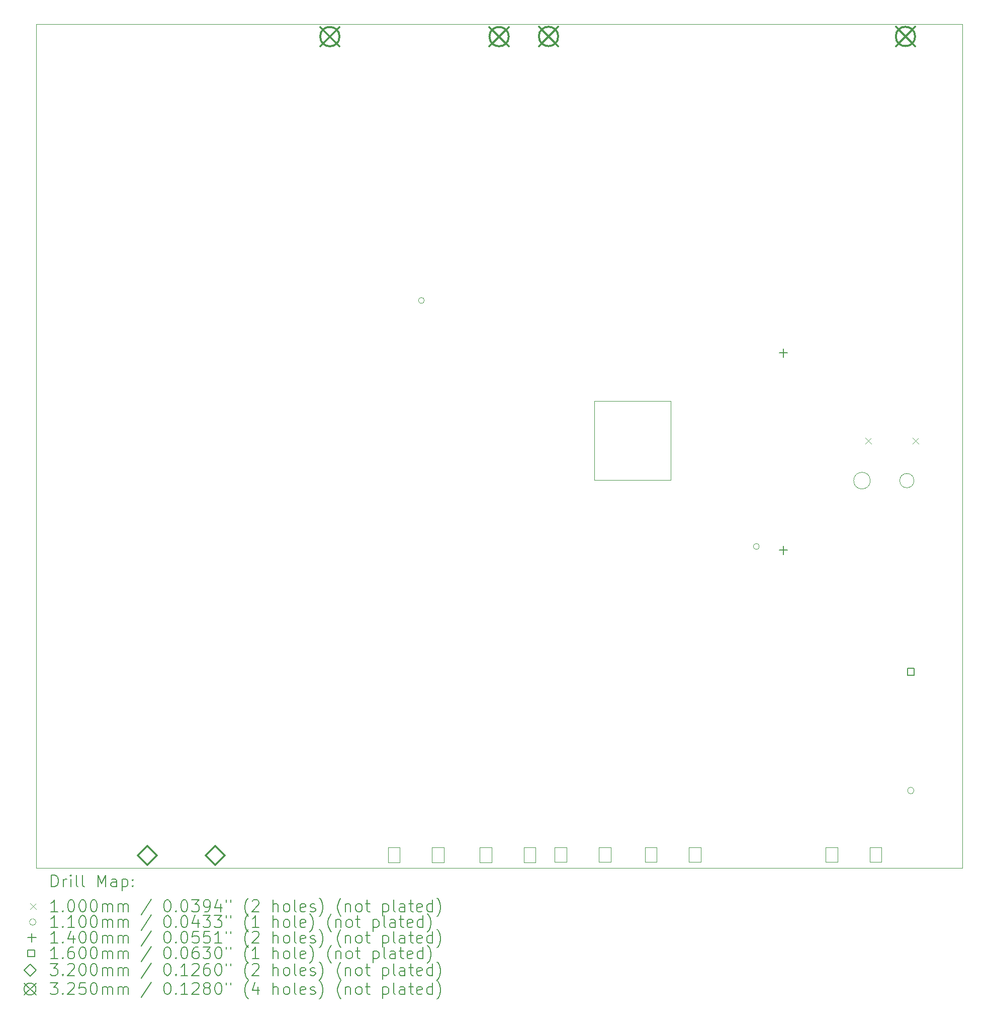
<source format=gbr>
%TF.GenerationSoftware,KiCad,Pcbnew,8.0.0-rc1*%
%TF.CreationDate,2024-04-25T15:33:11+03:00*%
%TF.ProjectId,MXVR_3568_V4.0,4d585652-5f33-4353-9638-5f56342e302e,REV1*%
%TF.SameCoordinates,Original*%
%TF.FileFunction,Drillmap*%
%TF.FilePolarity,Positive*%
%FSLAX45Y45*%
G04 Gerber Fmt 4.5, Leading zero omitted, Abs format (unit mm)*
G04 Created by KiCad (PCBNEW 8.0.0-rc1) date 2024-04-25 15:33:11*
%MOMM*%
%LPD*%
G01*
G04 APERTURE LIST*
%ADD10C,0.050000*%
%ADD11C,0.200000*%
%ADD12C,0.100000*%
%ADD13C,0.110000*%
%ADD14C,0.140000*%
%ADD15C,0.160000*%
%ADD16C,0.320000*%
%ADD17C,0.325000*%
G04 APERTURE END LIST*
D10*
X4763000Y-2552000D02*
X20363000Y-2552000D01*
X20363000Y-16752000D01*
X4763000Y-16752000D01*
X4763000Y-2552000D01*
X15448000Y-10220000D02*
X14165000Y-10220000D01*
X14165000Y-8897000D01*
X15448000Y-8897000D01*
X15448000Y-10220000D01*
X11301000Y-7200000D02*
G75*
G02*
X11201000Y-7200000I-50000J0D01*
G01*
X11201000Y-7200000D02*
G75*
G02*
X11301000Y-7200000I50000J0D01*
G01*
X16941000Y-11340000D02*
G75*
G02*
X16841000Y-11340000I-50000J0D01*
G01*
X16841000Y-11340000D02*
G75*
G02*
X16941000Y-11340000I50000J0D01*
G01*
X18059000Y-16402000D02*
X18259000Y-16402000D01*
X18259000Y-16652000D01*
X18059000Y-16652000D01*
X18059000Y-16402000D01*
X18799000Y-16402000D02*
X18999000Y-16402000D01*
X18999000Y-16652000D01*
X18799000Y-16652000D01*
X18799000Y-16402000D01*
X18810000Y-10232000D02*
G75*
G02*
X18530000Y-10232000I-140000J0D01*
G01*
X18530000Y-10232000D02*
G75*
G02*
X18810000Y-10232000I140000J0D01*
G01*
X19545000Y-10232000D02*
G75*
G02*
X19305000Y-10232000I-120000J0D01*
G01*
X19305000Y-10232000D02*
G75*
G02*
X19545000Y-10232000I120000J0D01*
G01*
X12235500Y-16654250D02*
X12435500Y-16654250D01*
X12435500Y-16404250D01*
X12235500Y-16404250D01*
X12235500Y-16654250D01*
X12975500Y-16654250D02*
X13175500Y-16654250D01*
X13175500Y-16404250D01*
X12975500Y-16404250D01*
X12975500Y-16654250D01*
X15014000Y-16650000D02*
X15214000Y-16650000D01*
X15214000Y-16400000D01*
X15014000Y-16400000D01*
X15014000Y-16650000D01*
X15754000Y-16650000D02*
X15954000Y-16650000D01*
X15954000Y-16400000D01*
X15754000Y-16400000D01*
X15754000Y-16650000D01*
X10690000Y-16655250D02*
X10890000Y-16655250D01*
X10890000Y-16405250D01*
X10690000Y-16405250D01*
X10690000Y-16655250D01*
X11430000Y-16655250D02*
X11630000Y-16655250D01*
X11630000Y-16405250D01*
X11430000Y-16405250D01*
X11430000Y-16655250D01*
X13498000Y-16652000D02*
X13698000Y-16652000D01*
X13698000Y-16402000D01*
X13498000Y-16402000D01*
X13498000Y-16652000D01*
X14238000Y-16652000D02*
X14438000Y-16652000D01*
X14438000Y-16402000D01*
X14238000Y-16402000D01*
X14238000Y-16652000D01*
D11*
D12*
X18728000Y-9513000D02*
X18828000Y-9613000D01*
X18828000Y-9513000D02*
X18728000Y-9613000D01*
X19526000Y-9513000D02*
X19626000Y-9613000D01*
X19626000Y-9513000D02*
X19526000Y-9613000D01*
D13*
X19545990Y-15446500D02*
G75*
G02*
X19435990Y-15446500I-55000J0D01*
G01*
X19435990Y-15446500D02*
G75*
G02*
X19545990Y-15446500I55000J0D01*
G01*
D14*
X17348000Y-8013000D02*
X17348000Y-8153000D01*
X17278000Y-8083000D02*
X17418000Y-8083000D01*
X17348000Y-11332000D02*
X17348000Y-11472000D01*
X17278000Y-11402000D02*
X17418000Y-11402000D01*
D15*
X19547559Y-13503069D02*
X19547559Y-13389931D01*
X19434421Y-13389931D01*
X19434421Y-13503069D01*
X19547559Y-13503069D01*
D16*
X6636000Y-16700000D02*
X6796000Y-16540000D01*
X6636000Y-16380000D01*
X6476000Y-16540000D01*
X6636000Y-16700000D01*
X7779000Y-16700000D02*
X7939000Y-16540000D01*
X7779000Y-16380000D01*
X7619000Y-16540000D01*
X7779000Y-16700000D01*
D17*
X9546500Y-2598500D02*
X9871500Y-2923500D01*
X9871500Y-2598500D02*
X9546500Y-2923500D01*
X9871500Y-2761000D02*
G75*
G02*
X9546500Y-2761000I-162500J0D01*
G01*
X9546500Y-2761000D02*
G75*
G02*
X9871500Y-2761000I162500J0D01*
G01*
X12396500Y-2598500D02*
X12721500Y-2923500D01*
X12721500Y-2598500D02*
X12396500Y-2923500D01*
X12721500Y-2761000D02*
G75*
G02*
X12396500Y-2761000I-162500J0D01*
G01*
X12396500Y-2761000D02*
G75*
G02*
X12721500Y-2761000I162500J0D01*
G01*
X13229000Y-2595500D02*
X13554000Y-2920500D01*
X13554000Y-2595500D02*
X13229000Y-2920500D01*
X13554000Y-2758000D02*
G75*
G02*
X13229000Y-2758000I-162500J0D01*
G01*
X13229000Y-2758000D02*
G75*
G02*
X13554000Y-2758000I162500J0D01*
G01*
X19239000Y-2595500D02*
X19564000Y-2920500D01*
X19564000Y-2595500D02*
X19239000Y-2920500D01*
X19564000Y-2758000D02*
G75*
G02*
X19239000Y-2758000I-162500J0D01*
G01*
X19239000Y-2758000D02*
G75*
G02*
X19564000Y-2758000I162500J0D01*
G01*
D11*
X5021277Y-17065984D02*
X5021277Y-16865984D01*
X5021277Y-16865984D02*
X5068896Y-16865984D01*
X5068896Y-16865984D02*
X5097467Y-16875508D01*
X5097467Y-16875508D02*
X5116515Y-16894555D01*
X5116515Y-16894555D02*
X5126039Y-16913603D01*
X5126039Y-16913603D02*
X5135563Y-16951698D01*
X5135563Y-16951698D02*
X5135563Y-16980270D01*
X5135563Y-16980270D02*
X5126039Y-17018365D01*
X5126039Y-17018365D02*
X5116515Y-17037412D01*
X5116515Y-17037412D02*
X5097467Y-17056460D01*
X5097467Y-17056460D02*
X5068896Y-17065984D01*
X5068896Y-17065984D02*
X5021277Y-17065984D01*
X5221277Y-17065984D02*
X5221277Y-16932650D01*
X5221277Y-16970746D02*
X5230801Y-16951698D01*
X5230801Y-16951698D02*
X5240324Y-16942174D01*
X5240324Y-16942174D02*
X5259372Y-16932650D01*
X5259372Y-16932650D02*
X5278420Y-16932650D01*
X5345086Y-17065984D02*
X5345086Y-16932650D01*
X5345086Y-16865984D02*
X5335563Y-16875508D01*
X5335563Y-16875508D02*
X5345086Y-16885031D01*
X5345086Y-16885031D02*
X5354610Y-16875508D01*
X5354610Y-16875508D02*
X5345086Y-16865984D01*
X5345086Y-16865984D02*
X5345086Y-16885031D01*
X5468896Y-17065984D02*
X5449848Y-17056460D01*
X5449848Y-17056460D02*
X5440324Y-17037412D01*
X5440324Y-17037412D02*
X5440324Y-16865984D01*
X5573658Y-17065984D02*
X5554610Y-17056460D01*
X5554610Y-17056460D02*
X5545086Y-17037412D01*
X5545086Y-17037412D02*
X5545086Y-16865984D01*
X5802229Y-17065984D02*
X5802229Y-16865984D01*
X5802229Y-16865984D02*
X5868896Y-17008841D01*
X5868896Y-17008841D02*
X5935562Y-16865984D01*
X5935562Y-16865984D02*
X5935562Y-17065984D01*
X6116515Y-17065984D02*
X6116515Y-16961222D01*
X6116515Y-16961222D02*
X6106991Y-16942174D01*
X6106991Y-16942174D02*
X6087943Y-16932650D01*
X6087943Y-16932650D02*
X6049848Y-16932650D01*
X6049848Y-16932650D02*
X6030801Y-16942174D01*
X6116515Y-17056460D02*
X6097467Y-17065984D01*
X6097467Y-17065984D02*
X6049848Y-17065984D01*
X6049848Y-17065984D02*
X6030801Y-17056460D01*
X6030801Y-17056460D02*
X6021277Y-17037412D01*
X6021277Y-17037412D02*
X6021277Y-17018365D01*
X6021277Y-17018365D02*
X6030801Y-16999317D01*
X6030801Y-16999317D02*
X6049848Y-16989793D01*
X6049848Y-16989793D02*
X6097467Y-16989793D01*
X6097467Y-16989793D02*
X6116515Y-16980270D01*
X6211753Y-16932650D02*
X6211753Y-17132650D01*
X6211753Y-16942174D02*
X6230801Y-16932650D01*
X6230801Y-16932650D02*
X6268896Y-16932650D01*
X6268896Y-16932650D02*
X6287943Y-16942174D01*
X6287943Y-16942174D02*
X6297467Y-16951698D01*
X6297467Y-16951698D02*
X6306991Y-16970746D01*
X6306991Y-16970746D02*
X6306991Y-17027889D01*
X6306991Y-17027889D02*
X6297467Y-17046936D01*
X6297467Y-17046936D02*
X6287943Y-17056460D01*
X6287943Y-17056460D02*
X6268896Y-17065984D01*
X6268896Y-17065984D02*
X6230801Y-17065984D01*
X6230801Y-17065984D02*
X6211753Y-17056460D01*
X6392705Y-17046936D02*
X6402229Y-17056460D01*
X6402229Y-17056460D02*
X6392705Y-17065984D01*
X6392705Y-17065984D02*
X6383182Y-17056460D01*
X6383182Y-17056460D02*
X6392705Y-17046936D01*
X6392705Y-17046936D02*
X6392705Y-17065984D01*
X6392705Y-16942174D02*
X6402229Y-16951698D01*
X6402229Y-16951698D02*
X6392705Y-16961222D01*
X6392705Y-16961222D02*
X6383182Y-16951698D01*
X6383182Y-16951698D02*
X6392705Y-16942174D01*
X6392705Y-16942174D02*
X6392705Y-16961222D01*
D12*
X4660500Y-17344500D02*
X4760500Y-17444500D01*
X4760500Y-17344500D02*
X4660500Y-17444500D01*
D11*
X5126039Y-17485984D02*
X5011753Y-17485984D01*
X5068896Y-17485984D02*
X5068896Y-17285984D01*
X5068896Y-17285984D02*
X5049848Y-17314555D01*
X5049848Y-17314555D02*
X5030801Y-17333603D01*
X5030801Y-17333603D02*
X5011753Y-17343127D01*
X5211753Y-17466936D02*
X5221277Y-17476460D01*
X5221277Y-17476460D02*
X5211753Y-17485984D01*
X5211753Y-17485984D02*
X5202229Y-17476460D01*
X5202229Y-17476460D02*
X5211753Y-17466936D01*
X5211753Y-17466936D02*
X5211753Y-17485984D01*
X5345086Y-17285984D02*
X5364134Y-17285984D01*
X5364134Y-17285984D02*
X5383182Y-17295508D01*
X5383182Y-17295508D02*
X5392705Y-17305031D01*
X5392705Y-17305031D02*
X5402229Y-17324079D01*
X5402229Y-17324079D02*
X5411753Y-17362174D01*
X5411753Y-17362174D02*
X5411753Y-17409793D01*
X5411753Y-17409793D02*
X5402229Y-17447889D01*
X5402229Y-17447889D02*
X5392705Y-17466936D01*
X5392705Y-17466936D02*
X5383182Y-17476460D01*
X5383182Y-17476460D02*
X5364134Y-17485984D01*
X5364134Y-17485984D02*
X5345086Y-17485984D01*
X5345086Y-17485984D02*
X5326039Y-17476460D01*
X5326039Y-17476460D02*
X5316515Y-17466936D01*
X5316515Y-17466936D02*
X5306991Y-17447889D01*
X5306991Y-17447889D02*
X5297467Y-17409793D01*
X5297467Y-17409793D02*
X5297467Y-17362174D01*
X5297467Y-17362174D02*
X5306991Y-17324079D01*
X5306991Y-17324079D02*
X5316515Y-17305031D01*
X5316515Y-17305031D02*
X5326039Y-17295508D01*
X5326039Y-17295508D02*
X5345086Y-17285984D01*
X5535563Y-17285984D02*
X5554610Y-17285984D01*
X5554610Y-17285984D02*
X5573658Y-17295508D01*
X5573658Y-17295508D02*
X5583182Y-17305031D01*
X5583182Y-17305031D02*
X5592705Y-17324079D01*
X5592705Y-17324079D02*
X5602229Y-17362174D01*
X5602229Y-17362174D02*
X5602229Y-17409793D01*
X5602229Y-17409793D02*
X5592705Y-17447889D01*
X5592705Y-17447889D02*
X5583182Y-17466936D01*
X5583182Y-17466936D02*
X5573658Y-17476460D01*
X5573658Y-17476460D02*
X5554610Y-17485984D01*
X5554610Y-17485984D02*
X5535563Y-17485984D01*
X5535563Y-17485984D02*
X5516515Y-17476460D01*
X5516515Y-17476460D02*
X5506991Y-17466936D01*
X5506991Y-17466936D02*
X5497467Y-17447889D01*
X5497467Y-17447889D02*
X5487944Y-17409793D01*
X5487944Y-17409793D02*
X5487944Y-17362174D01*
X5487944Y-17362174D02*
X5497467Y-17324079D01*
X5497467Y-17324079D02*
X5506991Y-17305031D01*
X5506991Y-17305031D02*
X5516515Y-17295508D01*
X5516515Y-17295508D02*
X5535563Y-17285984D01*
X5726039Y-17285984D02*
X5745086Y-17285984D01*
X5745086Y-17285984D02*
X5764134Y-17295508D01*
X5764134Y-17295508D02*
X5773658Y-17305031D01*
X5773658Y-17305031D02*
X5783182Y-17324079D01*
X5783182Y-17324079D02*
X5792705Y-17362174D01*
X5792705Y-17362174D02*
X5792705Y-17409793D01*
X5792705Y-17409793D02*
X5783182Y-17447889D01*
X5783182Y-17447889D02*
X5773658Y-17466936D01*
X5773658Y-17466936D02*
X5764134Y-17476460D01*
X5764134Y-17476460D02*
X5745086Y-17485984D01*
X5745086Y-17485984D02*
X5726039Y-17485984D01*
X5726039Y-17485984D02*
X5706991Y-17476460D01*
X5706991Y-17476460D02*
X5697467Y-17466936D01*
X5697467Y-17466936D02*
X5687943Y-17447889D01*
X5687943Y-17447889D02*
X5678420Y-17409793D01*
X5678420Y-17409793D02*
X5678420Y-17362174D01*
X5678420Y-17362174D02*
X5687943Y-17324079D01*
X5687943Y-17324079D02*
X5697467Y-17305031D01*
X5697467Y-17305031D02*
X5706991Y-17295508D01*
X5706991Y-17295508D02*
X5726039Y-17285984D01*
X5878420Y-17485984D02*
X5878420Y-17352650D01*
X5878420Y-17371698D02*
X5887943Y-17362174D01*
X5887943Y-17362174D02*
X5906991Y-17352650D01*
X5906991Y-17352650D02*
X5935563Y-17352650D01*
X5935563Y-17352650D02*
X5954610Y-17362174D01*
X5954610Y-17362174D02*
X5964134Y-17381222D01*
X5964134Y-17381222D02*
X5964134Y-17485984D01*
X5964134Y-17381222D02*
X5973658Y-17362174D01*
X5973658Y-17362174D02*
X5992705Y-17352650D01*
X5992705Y-17352650D02*
X6021277Y-17352650D01*
X6021277Y-17352650D02*
X6040324Y-17362174D01*
X6040324Y-17362174D02*
X6049848Y-17381222D01*
X6049848Y-17381222D02*
X6049848Y-17485984D01*
X6145086Y-17485984D02*
X6145086Y-17352650D01*
X6145086Y-17371698D02*
X6154610Y-17362174D01*
X6154610Y-17362174D02*
X6173658Y-17352650D01*
X6173658Y-17352650D02*
X6202229Y-17352650D01*
X6202229Y-17352650D02*
X6221277Y-17362174D01*
X6221277Y-17362174D02*
X6230801Y-17381222D01*
X6230801Y-17381222D02*
X6230801Y-17485984D01*
X6230801Y-17381222D02*
X6240324Y-17362174D01*
X6240324Y-17362174D02*
X6259372Y-17352650D01*
X6259372Y-17352650D02*
X6287943Y-17352650D01*
X6287943Y-17352650D02*
X6306991Y-17362174D01*
X6306991Y-17362174D02*
X6316515Y-17381222D01*
X6316515Y-17381222D02*
X6316515Y-17485984D01*
X6706991Y-17276460D02*
X6535563Y-17533603D01*
X6964134Y-17285984D02*
X6983182Y-17285984D01*
X6983182Y-17285984D02*
X7002229Y-17295508D01*
X7002229Y-17295508D02*
X7011753Y-17305031D01*
X7011753Y-17305031D02*
X7021277Y-17324079D01*
X7021277Y-17324079D02*
X7030801Y-17362174D01*
X7030801Y-17362174D02*
X7030801Y-17409793D01*
X7030801Y-17409793D02*
X7021277Y-17447889D01*
X7021277Y-17447889D02*
X7011753Y-17466936D01*
X7011753Y-17466936D02*
X7002229Y-17476460D01*
X7002229Y-17476460D02*
X6983182Y-17485984D01*
X6983182Y-17485984D02*
X6964134Y-17485984D01*
X6964134Y-17485984D02*
X6945086Y-17476460D01*
X6945086Y-17476460D02*
X6935563Y-17466936D01*
X6935563Y-17466936D02*
X6926039Y-17447889D01*
X6926039Y-17447889D02*
X6916515Y-17409793D01*
X6916515Y-17409793D02*
X6916515Y-17362174D01*
X6916515Y-17362174D02*
X6926039Y-17324079D01*
X6926039Y-17324079D02*
X6935563Y-17305031D01*
X6935563Y-17305031D02*
X6945086Y-17295508D01*
X6945086Y-17295508D02*
X6964134Y-17285984D01*
X7116515Y-17466936D02*
X7126039Y-17476460D01*
X7126039Y-17476460D02*
X7116515Y-17485984D01*
X7116515Y-17485984D02*
X7106991Y-17476460D01*
X7106991Y-17476460D02*
X7116515Y-17466936D01*
X7116515Y-17466936D02*
X7116515Y-17485984D01*
X7249848Y-17285984D02*
X7268896Y-17285984D01*
X7268896Y-17285984D02*
X7287944Y-17295508D01*
X7287944Y-17295508D02*
X7297467Y-17305031D01*
X7297467Y-17305031D02*
X7306991Y-17324079D01*
X7306991Y-17324079D02*
X7316515Y-17362174D01*
X7316515Y-17362174D02*
X7316515Y-17409793D01*
X7316515Y-17409793D02*
X7306991Y-17447889D01*
X7306991Y-17447889D02*
X7297467Y-17466936D01*
X7297467Y-17466936D02*
X7287944Y-17476460D01*
X7287944Y-17476460D02*
X7268896Y-17485984D01*
X7268896Y-17485984D02*
X7249848Y-17485984D01*
X7249848Y-17485984D02*
X7230801Y-17476460D01*
X7230801Y-17476460D02*
X7221277Y-17466936D01*
X7221277Y-17466936D02*
X7211753Y-17447889D01*
X7211753Y-17447889D02*
X7202229Y-17409793D01*
X7202229Y-17409793D02*
X7202229Y-17362174D01*
X7202229Y-17362174D02*
X7211753Y-17324079D01*
X7211753Y-17324079D02*
X7221277Y-17305031D01*
X7221277Y-17305031D02*
X7230801Y-17295508D01*
X7230801Y-17295508D02*
X7249848Y-17285984D01*
X7383182Y-17285984D02*
X7506991Y-17285984D01*
X7506991Y-17285984D02*
X7440325Y-17362174D01*
X7440325Y-17362174D02*
X7468896Y-17362174D01*
X7468896Y-17362174D02*
X7487944Y-17371698D01*
X7487944Y-17371698D02*
X7497467Y-17381222D01*
X7497467Y-17381222D02*
X7506991Y-17400270D01*
X7506991Y-17400270D02*
X7506991Y-17447889D01*
X7506991Y-17447889D02*
X7497467Y-17466936D01*
X7497467Y-17466936D02*
X7487944Y-17476460D01*
X7487944Y-17476460D02*
X7468896Y-17485984D01*
X7468896Y-17485984D02*
X7411753Y-17485984D01*
X7411753Y-17485984D02*
X7392706Y-17476460D01*
X7392706Y-17476460D02*
X7383182Y-17466936D01*
X7602229Y-17485984D02*
X7640325Y-17485984D01*
X7640325Y-17485984D02*
X7659372Y-17476460D01*
X7659372Y-17476460D02*
X7668896Y-17466936D01*
X7668896Y-17466936D02*
X7687944Y-17438365D01*
X7687944Y-17438365D02*
X7697467Y-17400270D01*
X7697467Y-17400270D02*
X7697467Y-17324079D01*
X7697467Y-17324079D02*
X7687944Y-17305031D01*
X7687944Y-17305031D02*
X7678420Y-17295508D01*
X7678420Y-17295508D02*
X7659372Y-17285984D01*
X7659372Y-17285984D02*
X7621277Y-17285984D01*
X7621277Y-17285984D02*
X7602229Y-17295508D01*
X7602229Y-17295508D02*
X7592706Y-17305031D01*
X7592706Y-17305031D02*
X7583182Y-17324079D01*
X7583182Y-17324079D02*
X7583182Y-17371698D01*
X7583182Y-17371698D02*
X7592706Y-17390746D01*
X7592706Y-17390746D02*
X7602229Y-17400270D01*
X7602229Y-17400270D02*
X7621277Y-17409793D01*
X7621277Y-17409793D02*
X7659372Y-17409793D01*
X7659372Y-17409793D02*
X7678420Y-17400270D01*
X7678420Y-17400270D02*
X7687944Y-17390746D01*
X7687944Y-17390746D02*
X7697467Y-17371698D01*
X7868896Y-17352650D02*
X7868896Y-17485984D01*
X7821277Y-17276460D02*
X7773658Y-17419317D01*
X7773658Y-17419317D02*
X7897467Y-17419317D01*
X7964134Y-17285984D02*
X7964134Y-17324079D01*
X8040325Y-17285984D02*
X8040325Y-17324079D01*
X8335563Y-17562174D02*
X8326039Y-17552650D01*
X8326039Y-17552650D02*
X8306991Y-17524079D01*
X8306991Y-17524079D02*
X8297468Y-17505031D01*
X8297468Y-17505031D02*
X8287944Y-17476460D01*
X8287944Y-17476460D02*
X8278420Y-17428841D01*
X8278420Y-17428841D02*
X8278420Y-17390746D01*
X8278420Y-17390746D02*
X8287944Y-17343127D01*
X8287944Y-17343127D02*
X8297468Y-17314555D01*
X8297468Y-17314555D02*
X8306991Y-17295508D01*
X8306991Y-17295508D02*
X8326039Y-17266936D01*
X8326039Y-17266936D02*
X8335563Y-17257412D01*
X8402230Y-17305031D02*
X8411753Y-17295508D01*
X8411753Y-17295508D02*
X8430801Y-17285984D01*
X8430801Y-17285984D02*
X8478420Y-17285984D01*
X8478420Y-17285984D02*
X8497468Y-17295508D01*
X8497468Y-17295508D02*
X8506991Y-17305031D01*
X8506991Y-17305031D02*
X8516515Y-17324079D01*
X8516515Y-17324079D02*
X8516515Y-17343127D01*
X8516515Y-17343127D02*
X8506991Y-17371698D01*
X8506991Y-17371698D02*
X8392706Y-17485984D01*
X8392706Y-17485984D02*
X8516515Y-17485984D01*
X8754611Y-17485984D02*
X8754611Y-17285984D01*
X8840325Y-17485984D02*
X8840325Y-17381222D01*
X8840325Y-17381222D02*
X8830801Y-17362174D01*
X8830801Y-17362174D02*
X8811753Y-17352650D01*
X8811753Y-17352650D02*
X8783182Y-17352650D01*
X8783182Y-17352650D02*
X8764134Y-17362174D01*
X8764134Y-17362174D02*
X8754611Y-17371698D01*
X8964134Y-17485984D02*
X8945087Y-17476460D01*
X8945087Y-17476460D02*
X8935563Y-17466936D01*
X8935563Y-17466936D02*
X8926039Y-17447889D01*
X8926039Y-17447889D02*
X8926039Y-17390746D01*
X8926039Y-17390746D02*
X8935563Y-17371698D01*
X8935563Y-17371698D02*
X8945087Y-17362174D01*
X8945087Y-17362174D02*
X8964134Y-17352650D01*
X8964134Y-17352650D02*
X8992706Y-17352650D01*
X8992706Y-17352650D02*
X9011753Y-17362174D01*
X9011753Y-17362174D02*
X9021277Y-17371698D01*
X9021277Y-17371698D02*
X9030801Y-17390746D01*
X9030801Y-17390746D02*
X9030801Y-17447889D01*
X9030801Y-17447889D02*
X9021277Y-17466936D01*
X9021277Y-17466936D02*
X9011753Y-17476460D01*
X9011753Y-17476460D02*
X8992706Y-17485984D01*
X8992706Y-17485984D02*
X8964134Y-17485984D01*
X9145087Y-17485984D02*
X9126039Y-17476460D01*
X9126039Y-17476460D02*
X9116515Y-17457412D01*
X9116515Y-17457412D02*
X9116515Y-17285984D01*
X9297468Y-17476460D02*
X9278420Y-17485984D01*
X9278420Y-17485984D02*
X9240325Y-17485984D01*
X9240325Y-17485984D02*
X9221277Y-17476460D01*
X9221277Y-17476460D02*
X9211753Y-17457412D01*
X9211753Y-17457412D02*
X9211753Y-17381222D01*
X9211753Y-17381222D02*
X9221277Y-17362174D01*
X9221277Y-17362174D02*
X9240325Y-17352650D01*
X9240325Y-17352650D02*
X9278420Y-17352650D01*
X9278420Y-17352650D02*
X9297468Y-17362174D01*
X9297468Y-17362174D02*
X9306992Y-17381222D01*
X9306992Y-17381222D02*
X9306992Y-17400270D01*
X9306992Y-17400270D02*
X9211753Y-17419317D01*
X9383182Y-17476460D02*
X9402230Y-17485984D01*
X9402230Y-17485984D02*
X9440325Y-17485984D01*
X9440325Y-17485984D02*
X9459373Y-17476460D01*
X9459373Y-17476460D02*
X9468896Y-17457412D01*
X9468896Y-17457412D02*
X9468896Y-17447889D01*
X9468896Y-17447889D02*
X9459373Y-17428841D01*
X9459373Y-17428841D02*
X9440325Y-17419317D01*
X9440325Y-17419317D02*
X9411753Y-17419317D01*
X9411753Y-17419317D02*
X9392706Y-17409793D01*
X9392706Y-17409793D02*
X9383182Y-17390746D01*
X9383182Y-17390746D02*
X9383182Y-17381222D01*
X9383182Y-17381222D02*
X9392706Y-17362174D01*
X9392706Y-17362174D02*
X9411753Y-17352650D01*
X9411753Y-17352650D02*
X9440325Y-17352650D01*
X9440325Y-17352650D02*
X9459373Y-17362174D01*
X9535563Y-17562174D02*
X9545087Y-17552650D01*
X9545087Y-17552650D02*
X9564134Y-17524079D01*
X9564134Y-17524079D02*
X9573658Y-17505031D01*
X9573658Y-17505031D02*
X9583182Y-17476460D01*
X9583182Y-17476460D02*
X9592706Y-17428841D01*
X9592706Y-17428841D02*
X9592706Y-17390746D01*
X9592706Y-17390746D02*
X9583182Y-17343127D01*
X9583182Y-17343127D02*
X9573658Y-17314555D01*
X9573658Y-17314555D02*
X9564134Y-17295508D01*
X9564134Y-17295508D02*
X9545087Y-17266936D01*
X9545087Y-17266936D02*
X9535563Y-17257412D01*
X9897468Y-17562174D02*
X9887944Y-17552650D01*
X9887944Y-17552650D02*
X9868896Y-17524079D01*
X9868896Y-17524079D02*
X9859373Y-17505031D01*
X9859373Y-17505031D02*
X9849849Y-17476460D01*
X9849849Y-17476460D02*
X9840325Y-17428841D01*
X9840325Y-17428841D02*
X9840325Y-17390746D01*
X9840325Y-17390746D02*
X9849849Y-17343127D01*
X9849849Y-17343127D02*
X9859373Y-17314555D01*
X9859373Y-17314555D02*
X9868896Y-17295508D01*
X9868896Y-17295508D02*
X9887944Y-17266936D01*
X9887944Y-17266936D02*
X9897468Y-17257412D01*
X9973658Y-17352650D02*
X9973658Y-17485984D01*
X9973658Y-17371698D02*
X9983182Y-17362174D01*
X9983182Y-17362174D02*
X10002230Y-17352650D01*
X10002230Y-17352650D02*
X10030801Y-17352650D01*
X10030801Y-17352650D02*
X10049849Y-17362174D01*
X10049849Y-17362174D02*
X10059373Y-17381222D01*
X10059373Y-17381222D02*
X10059373Y-17485984D01*
X10183182Y-17485984D02*
X10164134Y-17476460D01*
X10164134Y-17476460D02*
X10154611Y-17466936D01*
X10154611Y-17466936D02*
X10145087Y-17447889D01*
X10145087Y-17447889D02*
X10145087Y-17390746D01*
X10145087Y-17390746D02*
X10154611Y-17371698D01*
X10154611Y-17371698D02*
X10164134Y-17362174D01*
X10164134Y-17362174D02*
X10183182Y-17352650D01*
X10183182Y-17352650D02*
X10211754Y-17352650D01*
X10211754Y-17352650D02*
X10230801Y-17362174D01*
X10230801Y-17362174D02*
X10240325Y-17371698D01*
X10240325Y-17371698D02*
X10249849Y-17390746D01*
X10249849Y-17390746D02*
X10249849Y-17447889D01*
X10249849Y-17447889D02*
X10240325Y-17466936D01*
X10240325Y-17466936D02*
X10230801Y-17476460D01*
X10230801Y-17476460D02*
X10211754Y-17485984D01*
X10211754Y-17485984D02*
X10183182Y-17485984D01*
X10306992Y-17352650D02*
X10383182Y-17352650D01*
X10335563Y-17285984D02*
X10335563Y-17457412D01*
X10335563Y-17457412D02*
X10345087Y-17476460D01*
X10345087Y-17476460D02*
X10364134Y-17485984D01*
X10364134Y-17485984D02*
X10383182Y-17485984D01*
X10602230Y-17352650D02*
X10602230Y-17552650D01*
X10602230Y-17362174D02*
X10621277Y-17352650D01*
X10621277Y-17352650D02*
X10659373Y-17352650D01*
X10659373Y-17352650D02*
X10678420Y-17362174D01*
X10678420Y-17362174D02*
X10687944Y-17371698D01*
X10687944Y-17371698D02*
X10697468Y-17390746D01*
X10697468Y-17390746D02*
X10697468Y-17447889D01*
X10697468Y-17447889D02*
X10687944Y-17466936D01*
X10687944Y-17466936D02*
X10678420Y-17476460D01*
X10678420Y-17476460D02*
X10659373Y-17485984D01*
X10659373Y-17485984D02*
X10621277Y-17485984D01*
X10621277Y-17485984D02*
X10602230Y-17476460D01*
X10811754Y-17485984D02*
X10792706Y-17476460D01*
X10792706Y-17476460D02*
X10783182Y-17457412D01*
X10783182Y-17457412D02*
X10783182Y-17285984D01*
X10973658Y-17485984D02*
X10973658Y-17381222D01*
X10973658Y-17381222D02*
X10964135Y-17362174D01*
X10964135Y-17362174D02*
X10945087Y-17352650D01*
X10945087Y-17352650D02*
X10906992Y-17352650D01*
X10906992Y-17352650D02*
X10887944Y-17362174D01*
X10973658Y-17476460D02*
X10954611Y-17485984D01*
X10954611Y-17485984D02*
X10906992Y-17485984D01*
X10906992Y-17485984D02*
X10887944Y-17476460D01*
X10887944Y-17476460D02*
X10878420Y-17457412D01*
X10878420Y-17457412D02*
X10878420Y-17438365D01*
X10878420Y-17438365D02*
X10887944Y-17419317D01*
X10887944Y-17419317D02*
X10906992Y-17409793D01*
X10906992Y-17409793D02*
X10954611Y-17409793D01*
X10954611Y-17409793D02*
X10973658Y-17400270D01*
X11040325Y-17352650D02*
X11116515Y-17352650D01*
X11068896Y-17285984D02*
X11068896Y-17457412D01*
X11068896Y-17457412D02*
X11078420Y-17476460D01*
X11078420Y-17476460D02*
X11097468Y-17485984D01*
X11097468Y-17485984D02*
X11116515Y-17485984D01*
X11259373Y-17476460D02*
X11240325Y-17485984D01*
X11240325Y-17485984D02*
X11202230Y-17485984D01*
X11202230Y-17485984D02*
X11183182Y-17476460D01*
X11183182Y-17476460D02*
X11173658Y-17457412D01*
X11173658Y-17457412D02*
X11173658Y-17381222D01*
X11173658Y-17381222D02*
X11183182Y-17362174D01*
X11183182Y-17362174D02*
X11202230Y-17352650D01*
X11202230Y-17352650D02*
X11240325Y-17352650D01*
X11240325Y-17352650D02*
X11259373Y-17362174D01*
X11259373Y-17362174D02*
X11268896Y-17381222D01*
X11268896Y-17381222D02*
X11268896Y-17400270D01*
X11268896Y-17400270D02*
X11173658Y-17419317D01*
X11440325Y-17485984D02*
X11440325Y-17285984D01*
X11440325Y-17476460D02*
X11421277Y-17485984D01*
X11421277Y-17485984D02*
X11383182Y-17485984D01*
X11383182Y-17485984D02*
X11364134Y-17476460D01*
X11364134Y-17476460D02*
X11354611Y-17466936D01*
X11354611Y-17466936D02*
X11345087Y-17447889D01*
X11345087Y-17447889D02*
X11345087Y-17390746D01*
X11345087Y-17390746D02*
X11354611Y-17371698D01*
X11354611Y-17371698D02*
X11364134Y-17362174D01*
X11364134Y-17362174D02*
X11383182Y-17352650D01*
X11383182Y-17352650D02*
X11421277Y-17352650D01*
X11421277Y-17352650D02*
X11440325Y-17362174D01*
X11516515Y-17562174D02*
X11526039Y-17552650D01*
X11526039Y-17552650D02*
X11545087Y-17524079D01*
X11545087Y-17524079D02*
X11554611Y-17505031D01*
X11554611Y-17505031D02*
X11564134Y-17476460D01*
X11564134Y-17476460D02*
X11573658Y-17428841D01*
X11573658Y-17428841D02*
X11573658Y-17390746D01*
X11573658Y-17390746D02*
X11564134Y-17343127D01*
X11564134Y-17343127D02*
X11554611Y-17314555D01*
X11554611Y-17314555D02*
X11545087Y-17295508D01*
X11545087Y-17295508D02*
X11526039Y-17266936D01*
X11526039Y-17266936D02*
X11516515Y-17257412D01*
D13*
X4760500Y-17658500D02*
G75*
G02*
X4650500Y-17658500I-55000J0D01*
G01*
X4650500Y-17658500D02*
G75*
G02*
X4760500Y-17658500I55000J0D01*
G01*
D11*
X5126039Y-17749984D02*
X5011753Y-17749984D01*
X5068896Y-17749984D02*
X5068896Y-17549984D01*
X5068896Y-17549984D02*
X5049848Y-17578555D01*
X5049848Y-17578555D02*
X5030801Y-17597603D01*
X5030801Y-17597603D02*
X5011753Y-17607127D01*
X5211753Y-17730936D02*
X5221277Y-17740460D01*
X5221277Y-17740460D02*
X5211753Y-17749984D01*
X5211753Y-17749984D02*
X5202229Y-17740460D01*
X5202229Y-17740460D02*
X5211753Y-17730936D01*
X5211753Y-17730936D02*
X5211753Y-17749984D01*
X5411753Y-17749984D02*
X5297467Y-17749984D01*
X5354610Y-17749984D02*
X5354610Y-17549984D01*
X5354610Y-17549984D02*
X5335563Y-17578555D01*
X5335563Y-17578555D02*
X5316515Y-17597603D01*
X5316515Y-17597603D02*
X5297467Y-17607127D01*
X5535563Y-17549984D02*
X5554610Y-17549984D01*
X5554610Y-17549984D02*
X5573658Y-17559508D01*
X5573658Y-17559508D02*
X5583182Y-17569031D01*
X5583182Y-17569031D02*
X5592705Y-17588079D01*
X5592705Y-17588079D02*
X5602229Y-17626174D01*
X5602229Y-17626174D02*
X5602229Y-17673793D01*
X5602229Y-17673793D02*
X5592705Y-17711889D01*
X5592705Y-17711889D02*
X5583182Y-17730936D01*
X5583182Y-17730936D02*
X5573658Y-17740460D01*
X5573658Y-17740460D02*
X5554610Y-17749984D01*
X5554610Y-17749984D02*
X5535563Y-17749984D01*
X5535563Y-17749984D02*
X5516515Y-17740460D01*
X5516515Y-17740460D02*
X5506991Y-17730936D01*
X5506991Y-17730936D02*
X5497467Y-17711889D01*
X5497467Y-17711889D02*
X5487944Y-17673793D01*
X5487944Y-17673793D02*
X5487944Y-17626174D01*
X5487944Y-17626174D02*
X5497467Y-17588079D01*
X5497467Y-17588079D02*
X5506991Y-17569031D01*
X5506991Y-17569031D02*
X5516515Y-17559508D01*
X5516515Y-17559508D02*
X5535563Y-17549984D01*
X5726039Y-17549984D02*
X5745086Y-17549984D01*
X5745086Y-17549984D02*
X5764134Y-17559508D01*
X5764134Y-17559508D02*
X5773658Y-17569031D01*
X5773658Y-17569031D02*
X5783182Y-17588079D01*
X5783182Y-17588079D02*
X5792705Y-17626174D01*
X5792705Y-17626174D02*
X5792705Y-17673793D01*
X5792705Y-17673793D02*
X5783182Y-17711889D01*
X5783182Y-17711889D02*
X5773658Y-17730936D01*
X5773658Y-17730936D02*
X5764134Y-17740460D01*
X5764134Y-17740460D02*
X5745086Y-17749984D01*
X5745086Y-17749984D02*
X5726039Y-17749984D01*
X5726039Y-17749984D02*
X5706991Y-17740460D01*
X5706991Y-17740460D02*
X5697467Y-17730936D01*
X5697467Y-17730936D02*
X5687943Y-17711889D01*
X5687943Y-17711889D02*
X5678420Y-17673793D01*
X5678420Y-17673793D02*
X5678420Y-17626174D01*
X5678420Y-17626174D02*
X5687943Y-17588079D01*
X5687943Y-17588079D02*
X5697467Y-17569031D01*
X5697467Y-17569031D02*
X5706991Y-17559508D01*
X5706991Y-17559508D02*
X5726039Y-17549984D01*
X5878420Y-17749984D02*
X5878420Y-17616650D01*
X5878420Y-17635698D02*
X5887943Y-17626174D01*
X5887943Y-17626174D02*
X5906991Y-17616650D01*
X5906991Y-17616650D02*
X5935563Y-17616650D01*
X5935563Y-17616650D02*
X5954610Y-17626174D01*
X5954610Y-17626174D02*
X5964134Y-17645222D01*
X5964134Y-17645222D02*
X5964134Y-17749984D01*
X5964134Y-17645222D02*
X5973658Y-17626174D01*
X5973658Y-17626174D02*
X5992705Y-17616650D01*
X5992705Y-17616650D02*
X6021277Y-17616650D01*
X6021277Y-17616650D02*
X6040324Y-17626174D01*
X6040324Y-17626174D02*
X6049848Y-17645222D01*
X6049848Y-17645222D02*
X6049848Y-17749984D01*
X6145086Y-17749984D02*
X6145086Y-17616650D01*
X6145086Y-17635698D02*
X6154610Y-17626174D01*
X6154610Y-17626174D02*
X6173658Y-17616650D01*
X6173658Y-17616650D02*
X6202229Y-17616650D01*
X6202229Y-17616650D02*
X6221277Y-17626174D01*
X6221277Y-17626174D02*
X6230801Y-17645222D01*
X6230801Y-17645222D02*
X6230801Y-17749984D01*
X6230801Y-17645222D02*
X6240324Y-17626174D01*
X6240324Y-17626174D02*
X6259372Y-17616650D01*
X6259372Y-17616650D02*
X6287943Y-17616650D01*
X6287943Y-17616650D02*
X6306991Y-17626174D01*
X6306991Y-17626174D02*
X6316515Y-17645222D01*
X6316515Y-17645222D02*
X6316515Y-17749984D01*
X6706991Y-17540460D02*
X6535563Y-17797603D01*
X6964134Y-17549984D02*
X6983182Y-17549984D01*
X6983182Y-17549984D02*
X7002229Y-17559508D01*
X7002229Y-17559508D02*
X7011753Y-17569031D01*
X7011753Y-17569031D02*
X7021277Y-17588079D01*
X7021277Y-17588079D02*
X7030801Y-17626174D01*
X7030801Y-17626174D02*
X7030801Y-17673793D01*
X7030801Y-17673793D02*
X7021277Y-17711889D01*
X7021277Y-17711889D02*
X7011753Y-17730936D01*
X7011753Y-17730936D02*
X7002229Y-17740460D01*
X7002229Y-17740460D02*
X6983182Y-17749984D01*
X6983182Y-17749984D02*
X6964134Y-17749984D01*
X6964134Y-17749984D02*
X6945086Y-17740460D01*
X6945086Y-17740460D02*
X6935563Y-17730936D01*
X6935563Y-17730936D02*
X6926039Y-17711889D01*
X6926039Y-17711889D02*
X6916515Y-17673793D01*
X6916515Y-17673793D02*
X6916515Y-17626174D01*
X6916515Y-17626174D02*
X6926039Y-17588079D01*
X6926039Y-17588079D02*
X6935563Y-17569031D01*
X6935563Y-17569031D02*
X6945086Y-17559508D01*
X6945086Y-17559508D02*
X6964134Y-17549984D01*
X7116515Y-17730936D02*
X7126039Y-17740460D01*
X7126039Y-17740460D02*
X7116515Y-17749984D01*
X7116515Y-17749984D02*
X7106991Y-17740460D01*
X7106991Y-17740460D02*
X7116515Y-17730936D01*
X7116515Y-17730936D02*
X7116515Y-17749984D01*
X7249848Y-17549984D02*
X7268896Y-17549984D01*
X7268896Y-17549984D02*
X7287944Y-17559508D01*
X7287944Y-17559508D02*
X7297467Y-17569031D01*
X7297467Y-17569031D02*
X7306991Y-17588079D01*
X7306991Y-17588079D02*
X7316515Y-17626174D01*
X7316515Y-17626174D02*
X7316515Y-17673793D01*
X7316515Y-17673793D02*
X7306991Y-17711889D01*
X7306991Y-17711889D02*
X7297467Y-17730936D01*
X7297467Y-17730936D02*
X7287944Y-17740460D01*
X7287944Y-17740460D02*
X7268896Y-17749984D01*
X7268896Y-17749984D02*
X7249848Y-17749984D01*
X7249848Y-17749984D02*
X7230801Y-17740460D01*
X7230801Y-17740460D02*
X7221277Y-17730936D01*
X7221277Y-17730936D02*
X7211753Y-17711889D01*
X7211753Y-17711889D02*
X7202229Y-17673793D01*
X7202229Y-17673793D02*
X7202229Y-17626174D01*
X7202229Y-17626174D02*
X7211753Y-17588079D01*
X7211753Y-17588079D02*
X7221277Y-17569031D01*
X7221277Y-17569031D02*
X7230801Y-17559508D01*
X7230801Y-17559508D02*
X7249848Y-17549984D01*
X7487944Y-17616650D02*
X7487944Y-17749984D01*
X7440325Y-17540460D02*
X7392706Y-17683317D01*
X7392706Y-17683317D02*
X7516515Y-17683317D01*
X7573658Y-17549984D02*
X7697467Y-17549984D01*
X7697467Y-17549984D02*
X7630801Y-17626174D01*
X7630801Y-17626174D02*
X7659372Y-17626174D01*
X7659372Y-17626174D02*
X7678420Y-17635698D01*
X7678420Y-17635698D02*
X7687944Y-17645222D01*
X7687944Y-17645222D02*
X7697467Y-17664270D01*
X7697467Y-17664270D02*
X7697467Y-17711889D01*
X7697467Y-17711889D02*
X7687944Y-17730936D01*
X7687944Y-17730936D02*
X7678420Y-17740460D01*
X7678420Y-17740460D02*
X7659372Y-17749984D01*
X7659372Y-17749984D02*
X7602229Y-17749984D01*
X7602229Y-17749984D02*
X7583182Y-17740460D01*
X7583182Y-17740460D02*
X7573658Y-17730936D01*
X7764134Y-17549984D02*
X7887944Y-17549984D01*
X7887944Y-17549984D02*
X7821277Y-17626174D01*
X7821277Y-17626174D02*
X7849848Y-17626174D01*
X7849848Y-17626174D02*
X7868896Y-17635698D01*
X7868896Y-17635698D02*
X7878420Y-17645222D01*
X7878420Y-17645222D02*
X7887944Y-17664270D01*
X7887944Y-17664270D02*
X7887944Y-17711889D01*
X7887944Y-17711889D02*
X7878420Y-17730936D01*
X7878420Y-17730936D02*
X7868896Y-17740460D01*
X7868896Y-17740460D02*
X7849848Y-17749984D01*
X7849848Y-17749984D02*
X7792706Y-17749984D01*
X7792706Y-17749984D02*
X7773658Y-17740460D01*
X7773658Y-17740460D02*
X7764134Y-17730936D01*
X7964134Y-17549984D02*
X7964134Y-17588079D01*
X8040325Y-17549984D02*
X8040325Y-17588079D01*
X8335563Y-17826174D02*
X8326039Y-17816650D01*
X8326039Y-17816650D02*
X8306991Y-17788079D01*
X8306991Y-17788079D02*
X8297468Y-17769031D01*
X8297468Y-17769031D02*
X8287944Y-17740460D01*
X8287944Y-17740460D02*
X8278420Y-17692841D01*
X8278420Y-17692841D02*
X8278420Y-17654746D01*
X8278420Y-17654746D02*
X8287944Y-17607127D01*
X8287944Y-17607127D02*
X8297468Y-17578555D01*
X8297468Y-17578555D02*
X8306991Y-17559508D01*
X8306991Y-17559508D02*
X8326039Y-17530936D01*
X8326039Y-17530936D02*
X8335563Y-17521412D01*
X8516515Y-17749984D02*
X8402230Y-17749984D01*
X8459372Y-17749984D02*
X8459372Y-17549984D01*
X8459372Y-17549984D02*
X8440325Y-17578555D01*
X8440325Y-17578555D02*
X8421277Y-17597603D01*
X8421277Y-17597603D02*
X8402230Y-17607127D01*
X8754611Y-17749984D02*
X8754611Y-17549984D01*
X8840325Y-17749984D02*
X8840325Y-17645222D01*
X8840325Y-17645222D02*
X8830801Y-17626174D01*
X8830801Y-17626174D02*
X8811753Y-17616650D01*
X8811753Y-17616650D02*
X8783182Y-17616650D01*
X8783182Y-17616650D02*
X8764134Y-17626174D01*
X8764134Y-17626174D02*
X8754611Y-17635698D01*
X8964134Y-17749984D02*
X8945087Y-17740460D01*
X8945087Y-17740460D02*
X8935563Y-17730936D01*
X8935563Y-17730936D02*
X8926039Y-17711889D01*
X8926039Y-17711889D02*
X8926039Y-17654746D01*
X8926039Y-17654746D02*
X8935563Y-17635698D01*
X8935563Y-17635698D02*
X8945087Y-17626174D01*
X8945087Y-17626174D02*
X8964134Y-17616650D01*
X8964134Y-17616650D02*
X8992706Y-17616650D01*
X8992706Y-17616650D02*
X9011753Y-17626174D01*
X9011753Y-17626174D02*
X9021277Y-17635698D01*
X9021277Y-17635698D02*
X9030801Y-17654746D01*
X9030801Y-17654746D02*
X9030801Y-17711889D01*
X9030801Y-17711889D02*
X9021277Y-17730936D01*
X9021277Y-17730936D02*
X9011753Y-17740460D01*
X9011753Y-17740460D02*
X8992706Y-17749984D01*
X8992706Y-17749984D02*
X8964134Y-17749984D01*
X9145087Y-17749984D02*
X9126039Y-17740460D01*
X9126039Y-17740460D02*
X9116515Y-17721412D01*
X9116515Y-17721412D02*
X9116515Y-17549984D01*
X9297468Y-17740460D02*
X9278420Y-17749984D01*
X9278420Y-17749984D02*
X9240325Y-17749984D01*
X9240325Y-17749984D02*
X9221277Y-17740460D01*
X9221277Y-17740460D02*
X9211753Y-17721412D01*
X9211753Y-17721412D02*
X9211753Y-17645222D01*
X9211753Y-17645222D02*
X9221277Y-17626174D01*
X9221277Y-17626174D02*
X9240325Y-17616650D01*
X9240325Y-17616650D02*
X9278420Y-17616650D01*
X9278420Y-17616650D02*
X9297468Y-17626174D01*
X9297468Y-17626174D02*
X9306992Y-17645222D01*
X9306992Y-17645222D02*
X9306992Y-17664270D01*
X9306992Y-17664270D02*
X9211753Y-17683317D01*
X9373658Y-17826174D02*
X9383182Y-17816650D01*
X9383182Y-17816650D02*
X9402230Y-17788079D01*
X9402230Y-17788079D02*
X9411753Y-17769031D01*
X9411753Y-17769031D02*
X9421277Y-17740460D01*
X9421277Y-17740460D02*
X9430801Y-17692841D01*
X9430801Y-17692841D02*
X9430801Y-17654746D01*
X9430801Y-17654746D02*
X9421277Y-17607127D01*
X9421277Y-17607127D02*
X9411753Y-17578555D01*
X9411753Y-17578555D02*
X9402230Y-17559508D01*
X9402230Y-17559508D02*
X9383182Y-17530936D01*
X9383182Y-17530936D02*
X9373658Y-17521412D01*
X9735563Y-17826174D02*
X9726039Y-17816650D01*
X9726039Y-17816650D02*
X9706992Y-17788079D01*
X9706992Y-17788079D02*
X9697468Y-17769031D01*
X9697468Y-17769031D02*
X9687944Y-17740460D01*
X9687944Y-17740460D02*
X9678420Y-17692841D01*
X9678420Y-17692841D02*
X9678420Y-17654746D01*
X9678420Y-17654746D02*
X9687944Y-17607127D01*
X9687944Y-17607127D02*
X9697468Y-17578555D01*
X9697468Y-17578555D02*
X9706992Y-17559508D01*
X9706992Y-17559508D02*
X9726039Y-17530936D01*
X9726039Y-17530936D02*
X9735563Y-17521412D01*
X9811753Y-17616650D02*
X9811753Y-17749984D01*
X9811753Y-17635698D02*
X9821277Y-17626174D01*
X9821277Y-17626174D02*
X9840325Y-17616650D01*
X9840325Y-17616650D02*
X9868896Y-17616650D01*
X9868896Y-17616650D02*
X9887944Y-17626174D01*
X9887944Y-17626174D02*
X9897468Y-17645222D01*
X9897468Y-17645222D02*
X9897468Y-17749984D01*
X10021277Y-17749984D02*
X10002230Y-17740460D01*
X10002230Y-17740460D02*
X9992706Y-17730936D01*
X9992706Y-17730936D02*
X9983182Y-17711889D01*
X9983182Y-17711889D02*
X9983182Y-17654746D01*
X9983182Y-17654746D02*
X9992706Y-17635698D01*
X9992706Y-17635698D02*
X10002230Y-17626174D01*
X10002230Y-17626174D02*
X10021277Y-17616650D01*
X10021277Y-17616650D02*
X10049849Y-17616650D01*
X10049849Y-17616650D02*
X10068896Y-17626174D01*
X10068896Y-17626174D02*
X10078420Y-17635698D01*
X10078420Y-17635698D02*
X10087944Y-17654746D01*
X10087944Y-17654746D02*
X10087944Y-17711889D01*
X10087944Y-17711889D02*
X10078420Y-17730936D01*
X10078420Y-17730936D02*
X10068896Y-17740460D01*
X10068896Y-17740460D02*
X10049849Y-17749984D01*
X10049849Y-17749984D02*
X10021277Y-17749984D01*
X10145087Y-17616650D02*
X10221277Y-17616650D01*
X10173658Y-17549984D02*
X10173658Y-17721412D01*
X10173658Y-17721412D02*
X10183182Y-17740460D01*
X10183182Y-17740460D02*
X10202230Y-17749984D01*
X10202230Y-17749984D02*
X10221277Y-17749984D01*
X10440325Y-17616650D02*
X10440325Y-17816650D01*
X10440325Y-17626174D02*
X10459373Y-17616650D01*
X10459373Y-17616650D02*
X10497468Y-17616650D01*
X10497468Y-17616650D02*
X10516515Y-17626174D01*
X10516515Y-17626174D02*
X10526039Y-17635698D01*
X10526039Y-17635698D02*
X10535563Y-17654746D01*
X10535563Y-17654746D02*
X10535563Y-17711889D01*
X10535563Y-17711889D02*
X10526039Y-17730936D01*
X10526039Y-17730936D02*
X10516515Y-17740460D01*
X10516515Y-17740460D02*
X10497468Y-17749984D01*
X10497468Y-17749984D02*
X10459373Y-17749984D01*
X10459373Y-17749984D02*
X10440325Y-17740460D01*
X10649849Y-17749984D02*
X10630801Y-17740460D01*
X10630801Y-17740460D02*
X10621277Y-17721412D01*
X10621277Y-17721412D02*
X10621277Y-17549984D01*
X10811754Y-17749984D02*
X10811754Y-17645222D01*
X10811754Y-17645222D02*
X10802230Y-17626174D01*
X10802230Y-17626174D02*
X10783182Y-17616650D01*
X10783182Y-17616650D02*
X10745087Y-17616650D01*
X10745087Y-17616650D02*
X10726039Y-17626174D01*
X10811754Y-17740460D02*
X10792706Y-17749984D01*
X10792706Y-17749984D02*
X10745087Y-17749984D01*
X10745087Y-17749984D02*
X10726039Y-17740460D01*
X10726039Y-17740460D02*
X10716515Y-17721412D01*
X10716515Y-17721412D02*
X10716515Y-17702365D01*
X10716515Y-17702365D02*
X10726039Y-17683317D01*
X10726039Y-17683317D02*
X10745087Y-17673793D01*
X10745087Y-17673793D02*
X10792706Y-17673793D01*
X10792706Y-17673793D02*
X10811754Y-17664270D01*
X10878420Y-17616650D02*
X10954611Y-17616650D01*
X10906992Y-17549984D02*
X10906992Y-17721412D01*
X10906992Y-17721412D02*
X10916515Y-17740460D01*
X10916515Y-17740460D02*
X10935563Y-17749984D01*
X10935563Y-17749984D02*
X10954611Y-17749984D01*
X11097468Y-17740460D02*
X11078420Y-17749984D01*
X11078420Y-17749984D02*
X11040325Y-17749984D01*
X11040325Y-17749984D02*
X11021277Y-17740460D01*
X11021277Y-17740460D02*
X11011754Y-17721412D01*
X11011754Y-17721412D02*
X11011754Y-17645222D01*
X11011754Y-17645222D02*
X11021277Y-17626174D01*
X11021277Y-17626174D02*
X11040325Y-17616650D01*
X11040325Y-17616650D02*
X11078420Y-17616650D01*
X11078420Y-17616650D02*
X11097468Y-17626174D01*
X11097468Y-17626174D02*
X11106992Y-17645222D01*
X11106992Y-17645222D02*
X11106992Y-17664270D01*
X11106992Y-17664270D02*
X11011754Y-17683317D01*
X11278420Y-17749984D02*
X11278420Y-17549984D01*
X11278420Y-17740460D02*
X11259373Y-17749984D01*
X11259373Y-17749984D02*
X11221277Y-17749984D01*
X11221277Y-17749984D02*
X11202230Y-17740460D01*
X11202230Y-17740460D02*
X11192706Y-17730936D01*
X11192706Y-17730936D02*
X11183182Y-17711889D01*
X11183182Y-17711889D02*
X11183182Y-17654746D01*
X11183182Y-17654746D02*
X11192706Y-17635698D01*
X11192706Y-17635698D02*
X11202230Y-17626174D01*
X11202230Y-17626174D02*
X11221277Y-17616650D01*
X11221277Y-17616650D02*
X11259373Y-17616650D01*
X11259373Y-17616650D02*
X11278420Y-17626174D01*
X11354611Y-17826174D02*
X11364134Y-17816650D01*
X11364134Y-17816650D02*
X11383182Y-17788079D01*
X11383182Y-17788079D02*
X11392706Y-17769031D01*
X11392706Y-17769031D02*
X11402230Y-17740460D01*
X11402230Y-17740460D02*
X11411753Y-17692841D01*
X11411753Y-17692841D02*
X11411753Y-17654746D01*
X11411753Y-17654746D02*
X11402230Y-17607127D01*
X11402230Y-17607127D02*
X11392706Y-17578555D01*
X11392706Y-17578555D02*
X11383182Y-17559508D01*
X11383182Y-17559508D02*
X11364134Y-17530936D01*
X11364134Y-17530936D02*
X11354611Y-17521412D01*
D14*
X4690500Y-17852500D02*
X4690500Y-17992500D01*
X4620500Y-17922500D02*
X4760500Y-17922500D01*
D11*
X5126039Y-18013984D02*
X5011753Y-18013984D01*
X5068896Y-18013984D02*
X5068896Y-17813984D01*
X5068896Y-17813984D02*
X5049848Y-17842555D01*
X5049848Y-17842555D02*
X5030801Y-17861603D01*
X5030801Y-17861603D02*
X5011753Y-17871127D01*
X5211753Y-17994936D02*
X5221277Y-18004460D01*
X5221277Y-18004460D02*
X5211753Y-18013984D01*
X5211753Y-18013984D02*
X5202229Y-18004460D01*
X5202229Y-18004460D02*
X5211753Y-17994936D01*
X5211753Y-17994936D02*
X5211753Y-18013984D01*
X5392705Y-17880650D02*
X5392705Y-18013984D01*
X5345086Y-17804460D02*
X5297467Y-17947317D01*
X5297467Y-17947317D02*
X5421277Y-17947317D01*
X5535563Y-17813984D02*
X5554610Y-17813984D01*
X5554610Y-17813984D02*
X5573658Y-17823508D01*
X5573658Y-17823508D02*
X5583182Y-17833031D01*
X5583182Y-17833031D02*
X5592705Y-17852079D01*
X5592705Y-17852079D02*
X5602229Y-17890174D01*
X5602229Y-17890174D02*
X5602229Y-17937793D01*
X5602229Y-17937793D02*
X5592705Y-17975889D01*
X5592705Y-17975889D02*
X5583182Y-17994936D01*
X5583182Y-17994936D02*
X5573658Y-18004460D01*
X5573658Y-18004460D02*
X5554610Y-18013984D01*
X5554610Y-18013984D02*
X5535563Y-18013984D01*
X5535563Y-18013984D02*
X5516515Y-18004460D01*
X5516515Y-18004460D02*
X5506991Y-17994936D01*
X5506991Y-17994936D02*
X5497467Y-17975889D01*
X5497467Y-17975889D02*
X5487944Y-17937793D01*
X5487944Y-17937793D02*
X5487944Y-17890174D01*
X5487944Y-17890174D02*
X5497467Y-17852079D01*
X5497467Y-17852079D02*
X5506991Y-17833031D01*
X5506991Y-17833031D02*
X5516515Y-17823508D01*
X5516515Y-17823508D02*
X5535563Y-17813984D01*
X5726039Y-17813984D02*
X5745086Y-17813984D01*
X5745086Y-17813984D02*
X5764134Y-17823508D01*
X5764134Y-17823508D02*
X5773658Y-17833031D01*
X5773658Y-17833031D02*
X5783182Y-17852079D01*
X5783182Y-17852079D02*
X5792705Y-17890174D01*
X5792705Y-17890174D02*
X5792705Y-17937793D01*
X5792705Y-17937793D02*
X5783182Y-17975889D01*
X5783182Y-17975889D02*
X5773658Y-17994936D01*
X5773658Y-17994936D02*
X5764134Y-18004460D01*
X5764134Y-18004460D02*
X5745086Y-18013984D01*
X5745086Y-18013984D02*
X5726039Y-18013984D01*
X5726039Y-18013984D02*
X5706991Y-18004460D01*
X5706991Y-18004460D02*
X5697467Y-17994936D01*
X5697467Y-17994936D02*
X5687943Y-17975889D01*
X5687943Y-17975889D02*
X5678420Y-17937793D01*
X5678420Y-17937793D02*
X5678420Y-17890174D01*
X5678420Y-17890174D02*
X5687943Y-17852079D01*
X5687943Y-17852079D02*
X5697467Y-17833031D01*
X5697467Y-17833031D02*
X5706991Y-17823508D01*
X5706991Y-17823508D02*
X5726039Y-17813984D01*
X5878420Y-18013984D02*
X5878420Y-17880650D01*
X5878420Y-17899698D02*
X5887943Y-17890174D01*
X5887943Y-17890174D02*
X5906991Y-17880650D01*
X5906991Y-17880650D02*
X5935563Y-17880650D01*
X5935563Y-17880650D02*
X5954610Y-17890174D01*
X5954610Y-17890174D02*
X5964134Y-17909222D01*
X5964134Y-17909222D02*
X5964134Y-18013984D01*
X5964134Y-17909222D02*
X5973658Y-17890174D01*
X5973658Y-17890174D02*
X5992705Y-17880650D01*
X5992705Y-17880650D02*
X6021277Y-17880650D01*
X6021277Y-17880650D02*
X6040324Y-17890174D01*
X6040324Y-17890174D02*
X6049848Y-17909222D01*
X6049848Y-17909222D02*
X6049848Y-18013984D01*
X6145086Y-18013984D02*
X6145086Y-17880650D01*
X6145086Y-17899698D02*
X6154610Y-17890174D01*
X6154610Y-17890174D02*
X6173658Y-17880650D01*
X6173658Y-17880650D02*
X6202229Y-17880650D01*
X6202229Y-17880650D02*
X6221277Y-17890174D01*
X6221277Y-17890174D02*
X6230801Y-17909222D01*
X6230801Y-17909222D02*
X6230801Y-18013984D01*
X6230801Y-17909222D02*
X6240324Y-17890174D01*
X6240324Y-17890174D02*
X6259372Y-17880650D01*
X6259372Y-17880650D02*
X6287943Y-17880650D01*
X6287943Y-17880650D02*
X6306991Y-17890174D01*
X6306991Y-17890174D02*
X6316515Y-17909222D01*
X6316515Y-17909222D02*
X6316515Y-18013984D01*
X6706991Y-17804460D02*
X6535563Y-18061603D01*
X6964134Y-17813984D02*
X6983182Y-17813984D01*
X6983182Y-17813984D02*
X7002229Y-17823508D01*
X7002229Y-17823508D02*
X7011753Y-17833031D01*
X7011753Y-17833031D02*
X7021277Y-17852079D01*
X7021277Y-17852079D02*
X7030801Y-17890174D01*
X7030801Y-17890174D02*
X7030801Y-17937793D01*
X7030801Y-17937793D02*
X7021277Y-17975889D01*
X7021277Y-17975889D02*
X7011753Y-17994936D01*
X7011753Y-17994936D02*
X7002229Y-18004460D01*
X7002229Y-18004460D02*
X6983182Y-18013984D01*
X6983182Y-18013984D02*
X6964134Y-18013984D01*
X6964134Y-18013984D02*
X6945086Y-18004460D01*
X6945086Y-18004460D02*
X6935563Y-17994936D01*
X6935563Y-17994936D02*
X6926039Y-17975889D01*
X6926039Y-17975889D02*
X6916515Y-17937793D01*
X6916515Y-17937793D02*
X6916515Y-17890174D01*
X6916515Y-17890174D02*
X6926039Y-17852079D01*
X6926039Y-17852079D02*
X6935563Y-17833031D01*
X6935563Y-17833031D02*
X6945086Y-17823508D01*
X6945086Y-17823508D02*
X6964134Y-17813984D01*
X7116515Y-17994936D02*
X7126039Y-18004460D01*
X7126039Y-18004460D02*
X7116515Y-18013984D01*
X7116515Y-18013984D02*
X7106991Y-18004460D01*
X7106991Y-18004460D02*
X7116515Y-17994936D01*
X7116515Y-17994936D02*
X7116515Y-18013984D01*
X7249848Y-17813984D02*
X7268896Y-17813984D01*
X7268896Y-17813984D02*
X7287944Y-17823508D01*
X7287944Y-17823508D02*
X7297467Y-17833031D01*
X7297467Y-17833031D02*
X7306991Y-17852079D01*
X7306991Y-17852079D02*
X7316515Y-17890174D01*
X7316515Y-17890174D02*
X7316515Y-17937793D01*
X7316515Y-17937793D02*
X7306991Y-17975889D01*
X7306991Y-17975889D02*
X7297467Y-17994936D01*
X7297467Y-17994936D02*
X7287944Y-18004460D01*
X7287944Y-18004460D02*
X7268896Y-18013984D01*
X7268896Y-18013984D02*
X7249848Y-18013984D01*
X7249848Y-18013984D02*
X7230801Y-18004460D01*
X7230801Y-18004460D02*
X7221277Y-17994936D01*
X7221277Y-17994936D02*
X7211753Y-17975889D01*
X7211753Y-17975889D02*
X7202229Y-17937793D01*
X7202229Y-17937793D02*
X7202229Y-17890174D01*
X7202229Y-17890174D02*
X7211753Y-17852079D01*
X7211753Y-17852079D02*
X7221277Y-17833031D01*
X7221277Y-17833031D02*
X7230801Y-17823508D01*
X7230801Y-17823508D02*
X7249848Y-17813984D01*
X7497467Y-17813984D02*
X7402229Y-17813984D01*
X7402229Y-17813984D02*
X7392706Y-17909222D01*
X7392706Y-17909222D02*
X7402229Y-17899698D01*
X7402229Y-17899698D02*
X7421277Y-17890174D01*
X7421277Y-17890174D02*
X7468896Y-17890174D01*
X7468896Y-17890174D02*
X7487944Y-17899698D01*
X7487944Y-17899698D02*
X7497467Y-17909222D01*
X7497467Y-17909222D02*
X7506991Y-17928270D01*
X7506991Y-17928270D02*
X7506991Y-17975889D01*
X7506991Y-17975889D02*
X7497467Y-17994936D01*
X7497467Y-17994936D02*
X7487944Y-18004460D01*
X7487944Y-18004460D02*
X7468896Y-18013984D01*
X7468896Y-18013984D02*
X7421277Y-18013984D01*
X7421277Y-18013984D02*
X7402229Y-18004460D01*
X7402229Y-18004460D02*
X7392706Y-17994936D01*
X7687944Y-17813984D02*
X7592706Y-17813984D01*
X7592706Y-17813984D02*
X7583182Y-17909222D01*
X7583182Y-17909222D02*
X7592706Y-17899698D01*
X7592706Y-17899698D02*
X7611753Y-17890174D01*
X7611753Y-17890174D02*
X7659372Y-17890174D01*
X7659372Y-17890174D02*
X7678420Y-17899698D01*
X7678420Y-17899698D02*
X7687944Y-17909222D01*
X7687944Y-17909222D02*
X7697467Y-17928270D01*
X7697467Y-17928270D02*
X7697467Y-17975889D01*
X7697467Y-17975889D02*
X7687944Y-17994936D01*
X7687944Y-17994936D02*
X7678420Y-18004460D01*
X7678420Y-18004460D02*
X7659372Y-18013984D01*
X7659372Y-18013984D02*
X7611753Y-18013984D01*
X7611753Y-18013984D02*
X7592706Y-18004460D01*
X7592706Y-18004460D02*
X7583182Y-17994936D01*
X7887944Y-18013984D02*
X7773658Y-18013984D01*
X7830801Y-18013984D02*
X7830801Y-17813984D01*
X7830801Y-17813984D02*
X7811753Y-17842555D01*
X7811753Y-17842555D02*
X7792706Y-17861603D01*
X7792706Y-17861603D02*
X7773658Y-17871127D01*
X7964134Y-17813984D02*
X7964134Y-17852079D01*
X8040325Y-17813984D02*
X8040325Y-17852079D01*
X8335563Y-18090174D02*
X8326039Y-18080650D01*
X8326039Y-18080650D02*
X8306991Y-18052079D01*
X8306991Y-18052079D02*
X8297468Y-18033031D01*
X8297468Y-18033031D02*
X8287944Y-18004460D01*
X8287944Y-18004460D02*
X8278420Y-17956841D01*
X8278420Y-17956841D02*
X8278420Y-17918746D01*
X8278420Y-17918746D02*
X8287944Y-17871127D01*
X8287944Y-17871127D02*
X8297468Y-17842555D01*
X8297468Y-17842555D02*
X8306991Y-17823508D01*
X8306991Y-17823508D02*
X8326039Y-17794936D01*
X8326039Y-17794936D02*
X8335563Y-17785412D01*
X8402230Y-17833031D02*
X8411753Y-17823508D01*
X8411753Y-17823508D02*
X8430801Y-17813984D01*
X8430801Y-17813984D02*
X8478420Y-17813984D01*
X8478420Y-17813984D02*
X8497468Y-17823508D01*
X8497468Y-17823508D02*
X8506991Y-17833031D01*
X8506991Y-17833031D02*
X8516515Y-17852079D01*
X8516515Y-17852079D02*
X8516515Y-17871127D01*
X8516515Y-17871127D02*
X8506991Y-17899698D01*
X8506991Y-17899698D02*
X8392706Y-18013984D01*
X8392706Y-18013984D02*
X8516515Y-18013984D01*
X8754611Y-18013984D02*
X8754611Y-17813984D01*
X8840325Y-18013984D02*
X8840325Y-17909222D01*
X8840325Y-17909222D02*
X8830801Y-17890174D01*
X8830801Y-17890174D02*
X8811753Y-17880650D01*
X8811753Y-17880650D02*
X8783182Y-17880650D01*
X8783182Y-17880650D02*
X8764134Y-17890174D01*
X8764134Y-17890174D02*
X8754611Y-17899698D01*
X8964134Y-18013984D02*
X8945087Y-18004460D01*
X8945087Y-18004460D02*
X8935563Y-17994936D01*
X8935563Y-17994936D02*
X8926039Y-17975889D01*
X8926039Y-17975889D02*
X8926039Y-17918746D01*
X8926039Y-17918746D02*
X8935563Y-17899698D01*
X8935563Y-17899698D02*
X8945087Y-17890174D01*
X8945087Y-17890174D02*
X8964134Y-17880650D01*
X8964134Y-17880650D02*
X8992706Y-17880650D01*
X8992706Y-17880650D02*
X9011753Y-17890174D01*
X9011753Y-17890174D02*
X9021277Y-17899698D01*
X9021277Y-17899698D02*
X9030801Y-17918746D01*
X9030801Y-17918746D02*
X9030801Y-17975889D01*
X9030801Y-17975889D02*
X9021277Y-17994936D01*
X9021277Y-17994936D02*
X9011753Y-18004460D01*
X9011753Y-18004460D02*
X8992706Y-18013984D01*
X8992706Y-18013984D02*
X8964134Y-18013984D01*
X9145087Y-18013984D02*
X9126039Y-18004460D01*
X9126039Y-18004460D02*
X9116515Y-17985412D01*
X9116515Y-17985412D02*
X9116515Y-17813984D01*
X9297468Y-18004460D02*
X9278420Y-18013984D01*
X9278420Y-18013984D02*
X9240325Y-18013984D01*
X9240325Y-18013984D02*
X9221277Y-18004460D01*
X9221277Y-18004460D02*
X9211753Y-17985412D01*
X9211753Y-17985412D02*
X9211753Y-17909222D01*
X9211753Y-17909222D02*
X9221277Y-17890174D01*
X9221277Y-17890174D02*
X9240325Y-17880650D01*
X9240325Y-17880650D02*
X9278420Y-17880650D01*
X9278420Y-17880650D02*
X9297468Y-17890174D01*
X9297468Y-17890174D02*
X9306992Y-17909222D01*
X9306992Y-17909222D02*
X9306992Y-17928270D01*
X9306992Y-17928270D02*
X9211753Y-17947317D01*
X9383182Y-18004460D02*
X9402230Y-18013984D01*
X9402230Y-18013984D02*
X9440325Y-18013984D01*
X9440325Y-18013984D02*
X9459373Y-18004460D01*
X9459373Y-18004460D02*
X9468896Y-17985412D01*
X9468896Y-17985412D02*
X9468896Y-17975889D01*
X9468896Y-17975889D02*
X9459373Y-17956841D01*
X9459373Y-17956841D02*
X9440325Y-17947317D01*
X9440325Y-17947317D02*
X9411753Y-17947317D01*
X9411753Y-17947317D02*
X9392706Y-17937793D01*
X9392706Y-17937793D02*
X9383182Y-17918746D01*
X9383182Y-17918746D02*
X9383182Y-17909222D01*
X9383182Y-17909222D02*
X9392706Y-17890174D01*
X9392706Y-17890174D02*
X9411753Y-17880650D01*
X9411753Y-17880650D02*
X9440325Y-17880650D01*
X9440325Y-17880650D02*
X9459373Y-17890174D01*
X9535563Y-18090174D02*
X9545087Y-18080650D01*
X9545087Y-18080650D02*
X9564134Y-18052079D01*
X9564134Y-18052079D02*
X9573658Y-18033031D01*
X9573658Y-18033031D02*
X9583182Y-18004460D01*
X9583182Y-18004460D02*
X9592706Y-17956841D01*
X9592706Y-17956841D02*
X9592706Y-17918746D01*
X9592706Y-17918746D02*
X9583182Y-17871127D01*
X9583182Y-17871127D02*
X9573658Y-17842555D01*
X9573658Y-17842555D02*
X9564134Y-17823508D01*
X9564134Y-17823508D02*
X9545087Y-17794936D01*
X9545087Y-17794936D02*
X9535563Y-17785412D01*
X9897468Y-18090174D02*
X9887944Y-18080650D01*
X9887944Y-18080650D02*
X9868896Y-18052079D01*
X9868896Y-18052079D02*
X9859373Y-18033031D01*
X9859373Y-18033031D02*
X9849849Y-18004460D01*
X9849849Y-18004460D02*
X9840325Y-17956841D01*
X9840325Y-17956841D02*
X9840325Y-17918746D01*
X9840325Y-17918746D02*
X9849849Y-17871127D01*
X9849849Y-17871127D02*
X9859373Y-17842555D01*
X9859373Y-17842555D02*
X9868896Y-17823508D01*
X9868896Y-17823508D02*
X9887944Y-17794936D01*
X9887944Y-17794936D02*
X9897468Y-17785412D01*
X9973658Y-17880650D02*
X9973658Y-18013984D01*
X9973658Y-17899698D02*
X9983182Y-17890174D01*
X9983182Y-17890174D02*
X10002230Y-17880650D01*
X10002230Y-17880650D02*
X10030801Y-17880650D01*
X10030801Y-17880650D02*
X10049849Y-17890174D01*
X10049849Y-17890174D02*
X10059373Y-17909222D01*
X10059373Y-17909222D02*
X10059373Y-18013984D01*
X10183182Y-18013984D02*
X10164134Y-18004460D01*
X10164134Y-18004460D02*
X10154611Y-17994936D01*
X10154611Y-17994936D02*
X10145087Y-17975889D01*
X10145087Y-17975889D02*
X10145087Y-17918746D01*
X10145087Y-17918746D02*
X10154611Y-17899698D01*
X10154611Y-17899698D02*
X10164134Y-17890174D01*
X10164134Y-17890174D02*
X10183182Y-17880650D01*
X10183182Y-17880650D02*
X10211754Y-17880650D01*
X10211754Y-17880650D02*
X10230801Y-17890174D01*
X10230801Y-17890174D02*
X10240325Y-17899698D01*
X10240325Y-17899698D02*
X10249849Y-17918746D01*
X10249849Y-17918746D02*
X10249849Y-17975889D01*
X10249849Y-17975889D02*
X10240325Y-17994936D01*
X10240325Y-17994936D02*
X10230801Y-18004460D01*
X10230801Y-18004460D02*
X10211754Y-18013984D01*
X10211754Y-18013984D02*
X10183182Y-18013984D01*
X10306992Y-17880650D02*
X10383182Y-17880650D01*
X10335563Y-17813984D02*
X10335563Y-17985412D01*
X10335563Y-17985412D02*
X10345087Y-18004460D01*
X10345087Y-18004460D02*
X10364134Y-18013984D01*
X10364134Y-18013984D02*
X10383182Y-18013984D01*
X10602230Y-17880650D02*
X10602230Y-18080650D01*
X10602230Y-17890174D02*
X10621277Y-17880650D01*
X10621277Y-17880650D02*
X10659373Y-17880650D01*
X10659373Y-17880650D02*
X10678420Y-17890174D01*
X10678420Y-17890174D02*
X10687944Y-17899698D01*
X10687944Y-17899698D02*
X10697468Y-17918746D01*
X10697468Y-17918746D02*
X10697468Y-17975889D01*
X10697468Y-17975889D02*
X10687944Y-17994936D01*
X10687944Y-17994936D02*
X10678420Y-18004460D01*
X10678420Y-18004460D02*
X10659373Y-18013984D01*
X10659373Y-18013984D02*
X10621277Y-18013984D01*
X10621277Y-18013984D02*
X10602230Y-18004460D01*
X10811754Y-18013984D02*
X10792706Y-18004460D01*
X10792706Y-18004460D02*
X10783182Y-17985412D01*
X10783182Y-17985412D02*
X10783182Y-17813984D01*
X10973658Y-18013984D02*
X10973658Y-17909222D01*
X10973658Y-17909222D02*
X10964135Y-17890174D01*
X10964135Y-17890174D02*
X10945087Y-17880650D01*
X10945087Y-17880650D02*
X10906992Y-17880650D01*
X10906992Y-17880650D02*
X10887944Y-17890174D01*
X10973658Y-18004460D02*
X10954611Y-18013984D01*
X10954611Y-18013984D02*
X10906992Y-18013984D01*
X10906992Y-18013984D02*
X10887944Y-18004460D01*
X10887944Y-18004460D02*
X10878420Y-17985412D01*
X10878420Y-17985412D02*
X10878420Y-17966365D01*
X10878420Y-17966365D02*
X10887944Y-17947317D01*
X10887944Y-17947317D02*
X10906992Y-17937793D01*
X10906992Y-17937793D02*
X10954611Y-17937793D01*
X10954611Y-17937793D02*
X10973658Y-17928270D01*
X11040325Y-17880650D02*
X11116515Y-17880650D01*
X11068896Y-17813984D02*
X11068896Y-17985412D01*
X11068896Y-17985412D02*
X11078420Y-18004460D01*
X11078420Y-18004460D02*
X11097468Y-18013984D01*
X11097468Y-18013984D02*
X11116515Y-18013984D01*
X11259373Y-18004460D02*
X11240325Y-18013984D01*
X11240325Y-18013984D02*
X11202230Y-18013984D01*
X11202230Y-18013984D02*
X11183182Y-18004460D01*
X11183182Y-18004460D02*
X11173658Y-17985412D01*
X11173658Y-17985412D02*
X11173658Y-17909222D01*
X11173658Y-17909222D02*
X11183182Y-17890174D01*
X11183182Y-17890174D02*
X11202230Y-17880650D01*
X11202230Y-17880650D02*
X11240325Y-17880650D01*
X11240325Y-17880650D02*
X11259373Y-17890174D01*
X11259373Y-17890174D02*
X11268896Y-17909222D01*
X11268896Y-17909222D02*
X11268896Y-17928270D01*
X11268896Y-17928270D02*
X11173658Y-17947317D01*
X11440325Y-18013984D02*
X11440325Y-17813984D01*
X11440325Y-18004460D02*
X11421277Y-18013984D01*
X11421277Y-18013984D02*
X11383182Y-18013984D01*
X11383182Y-18013984D02*
X11364134Y-18004460D01*
X11364134Y-18004460D02*
X11354611Y-17994936D01*
X11354611Y-17994936D02*
X11345087Y-17975889D01*
X11345087Y-17975889D02*
X11345087Y-17918746D01*
X11345087Y-17918746D02*
X11354611Y-17899698D01*
X11354611Y-17899698D02*
X11364134Y-17890174D01*
X11364134Y-17890174D02*
X11383182Y-17880650D01*
X11383182Y-17880650D02*
X11421277Y-17880650D01*
X11421277Y-17880650D02*
X11440325Y-17890174D01*
X11516515Y-18090174D02*
X11526039Y-18080650D01*
X11526039Y-18080650D02*
X11545087Y-18052079D01*
X11545087Y-18052079D02*
X11554611Y-18033031D01*
X11554611Y-18033031D02*
X11564134Y-18004460D01*
X11564134Y-18004460D02*
X11573658Y-17956841D01*
X11573658Y-17956841D02*
X11573658Y-17918746D01*
X11573658Y-17918746D02*
X11564134Y-17871127D01*
X11564134Y-17871127D02*
X11554611Y-17842555D01*
X11554611Y-17842555D02*
X11545087Y-17823508D01*
X11545087Y-17823508D02*
X11526039Y-17794936D01*
X11526039Y-17794936D02*
X11516515Y-17785412D01*
D15*
X4737069Y-18243069D02*
X4737069Y-18129931D01*
X4623931Y-18129931D01*
X4623931Y-18243069D01*
X4737069Y-18243069D01*
D11*
X5126039Y-18277984D02*
X5011753Y-18277984D01*
X5068896Y-18277984D02*
X5068896Y-18077984D01*
X5068896Y-18077984D02*
X5049848Y-18106555D01*
X5049848Y-18106555D02*
X5030801Y-18125603D01*
X5030801Y-18125603D02*
X5011753Y-18135127D01*
X5211753Y-18258936D02*
X5221277Y-18268460D01*
X5221277Y-18268460D02*
X5211753Y-18277984D01*
X5211753Y-18277984D02*
X5202229Y-18268460D01*
X5202229Y-18268460D02*
X5211753Y-18258936D01*
X5211753Y-18258936D02*
X5211753Y-18277984D01*
X5392705Y-18077984D02*
X5354610Y-18077984D01*
X5354610Y-18077984D02*
X5335563Y-18087508D01*
X5335563Y-18087508D02*
X5326039Y-18097031D01*
X5326039Y-18097031D02*
X5306991Y-18125603D01*
X5306991Y-18125603D02*
X5297467Y-18163698D01*
X5297467Y-18163698D02*
X5297467Y-18239889D01*
X5297467Y-18239889D02*
X5306991Y-18258936D01*
X5306991Y-18258936D02*
X5316515Y-18268460D01*
X5316515Y-18268460D02*
X5335563Y-18277984D01*
X5335563Y-18277984D02*
X5373658Y-18277984D01*
X5373658Y-18277984D02*
X5392705Y-18268460D01*
X5392705Y-18268460D02*
X5402229Y-18258936D01*
X5402229Y-18258936D02*
X5411753Y-18239889D01*
X5411753Y-18239889D02*
X5411753Y-18192270D01*
X5411753Y-18192270D02*
X5402229Y-18173222D01*
X5402229Y-18173222D02*
X5392705Y-18163698D01*
X5392705Y-18163698D02*
X5373658Y-18154174D01*
X5373658Y-18154174D02*
X5335563Y-18154174D01*
X5335563Y-18154174D02*
X5316515Y-18163698D01*
X5316515Y-18163698D02*
X5306991Y-18173222D01*
X5306991Y-18173222D02*
X5297467Y-18192270D01*
X5535563Y-18077984D02*
X5554610Y-18077984D01*
X5554610Y-18077984D02*
X5573658Y-18087508D01*
X5573658Y-18087508D02*
X5583182Y-18097031D01*
X5583182Y-18097031D02*
X5592705Y-18116079D01*
X5592705Y-18116079D02*
X5602229Y-18154174D01*
X5602229Y-18154174D02*
X5602229Y-18201793D01*
X5602229Y-18201793D02*
X5592705Y-18239889D01*
X5592705Y-18239889D02*
X5583182Y-18258936D01*
X5583182Y-18258936D02*
X5573658Y-18268460D01*
X5573658Y-18268460D02*
X5554610Y-18277984D01*
X5554610Y-18277984D02*
X5535563Y-18277984D01*
X5535563Y-18277984D02*
X5516515Y-18268460D01*
X5516515Y-18268460D02*
X5506991Y-18258936D01*
X5506991Y-18258936D02*
X5497467Y-18239889D01*
X5497467Y-18239889D02*
X5487944Y-18201793D01*
X5487944Y-18201793D02*
X5487944Y-18154174D01*
X5487944Y-18154174D02*
X5497467Y-18116079D01*
X5497467Y-18116079D02*
X5506991Y-18097031D01*
X5506991Y-18097031D02*
X5516515Y-18087508D01*
X5516515Y-18087508D02*
X5535563Y-18077984D01*
X5726039Y-18077984D02*
X5745086Y-18077984D01*
X5745086Y-18077984D02*
X5764134Y-18087508D01*
X5764134Y-18087508D02*
X5773658Y-18097031D01*
X5773658Y-18097031D02*
X5783182Y-18116079D01*
X5783182Y-18116079D02*
X5792705Y-18154174D01*
X5792705Y-18154174D02*
X5792705Y-18201793D01*
X5792705Y-18201793D02*
X5783182Y-18239889D01*
X5783182Y-18239889D02*
X5773658Y-18258936D01*
X5773658Y-18258936D02*
X5764134Y-18268460D01*
X5764134Y-18268460D02*
X5745086Y-18277984D01*
X5745086Y-18277984D02*
X5726039Y-18277984D01*
X5726039Y-18277984D02*
X5706991Y-18268460D01*
X5706991Y-18268460D02*
X5697467Y-18258936D01*
X5697467Y-18258936D02*
X5687943Y-18239889D01*
X5687943Y-18239889D02*
X5678420Y-18201793D01*
X5678420Y-18201793D02*
X5678420Y-18154174D01*
X5678420Y-18154174D02*
X5687943Y-18116079D01*
X5687943Y-18116079D02*
X5697467Y-18097031D01*
X5697467Y-18097031D02*
X5706991Y-18087508D01*
X5706991Y-18087508D02*
X5726039Y-18077984D01*
X5878420Y-18277984D02*
X5878420Y-18144650D01*
X5878420Y-18163698D02*
X5887943Y-18154174D01*
X5887943Y-18154174D02*
X5906991Y-18144650D01*
X5906991Y-18144650D02*
X5935563Y-18144650D01*
X5935563Y-18144650D02*
X5954610Y-18154174D01*
X5954610Y-18154174D02*
X5964134Y-18173222D01*
X5964134Y-18173222D02*
X5964134Y-18277984D01*
X5964134Y-18173222D02*
X5973658Y-18154174D01*
X5973658Y-18154174D02*
X5992705Y-18144650D01*
X5992705Y-18144650D02*
X6021277Y-18144650D01*
X6021277Y-18144650D02*
X6040324Y-18154174D01*
X6040324Y-18154174D02*
X6049848Y-18173222D01*
X6049848Y-18173222D02*
X6049848Y-18277984D01*
X6145086Y-18277984D02*
X6145086Y-18144650D01*
X6145086Y-18163698D02*
X6154610Y-18154174D01*
X6154610Y-18154174D02*
X6173658Y-18144650D01*
X6173658Y-18144650D02*
X6202229Y-18144650D01*
X6202229Y-18144650D02*
X6221277Y-18154174D01*
X6221277Y-18154174D02*
X6230801Y-18173222D01*
X6230801Y-18173222D02*
X6230801Y-18277984D01*
X6230801Y-18173222D02*
X6240324Y-18154174D01*
X6240324Y-18154174D02*
X6259372Y-18144650D01*
X6259372Y-18144650D02*
X6287943Y-18144650D01*
X6287943Y-18144650D02*
X6306991Y-18154174D01*
X6306991Y-18154174D02*
X6316515Y-18173222D01*
X6316515Y-18173222D02*
X6316515Y-18277984D01*
X6706991Y-18068460D02*
X6535563Y-18325603D01*
X6964134Y-18077984D02*
X6983182Y-18077984D01*
X6983182Y-18077984D02*
X7002229Y-18087508D01*
X7002229Y-18087508D02*
X7011753Y-18097031D01*
X7011753Y-18097031D02*
X7021277Y-18116079D01*
X7021277Y-18116079D02*
X7030801Y-18154174D01*
X7030801Y-18154174D02*
X7030801Y-18201793D01*
X7030801Y-18201793D02*
X7021277Y-18239889D01*
X7021277Y-18239889D02*
X7011753Y-18258936D01*
X7011753Y-18258936D02*
X7002229Y-18268460D01*
X7002229Y-18268460D02*
X6983182Y-18277984D01*
X6983182Y-18277984D02*
X6964134Y-18277984D01*
X6964134Y-18277984D02*
X6945086Y-18268460D01*
X6945086Y-18268460D02*
X6935563Y-18258936D01*
X6935563Y-18258936D02*
X6926039Y-18239889D01*
X6926039Y-18239889D02*
X6916515Y-18201793D01*
X6916515Y-18201793D02*
X6916515Y-18154174D01*
X6916515Y-18154174D02*
X6926039Y-18116079D01*
X6926039Y-18116079D02*
X6935563Y-18097031D01*
X6935563Y-18097031D02*
X6945086Y-18087508D01*
X6945086Y-18087508D02*
X6964134Y-18077984D01*
X7116515Y-18258936D02*
X7126039Y-18268460D01*
X7126039Y-18268460D02*
X7116515Y-18277984D01*
X7116515Y-18277984D02*
X7106991Y-18268460D01*
X7106991Y-18268460D02*
X7116515Y-18258936D01*
X7116515Y-18258936D02*
X7116515Y-18277984D01*
X7249848Y-18077984D02*
X7268896Y-18077984D01*
X7268896Y-18077984D02*
X7287944Y-18087508D01*
X7287944Y-18087508D02*
X7297467Y-18097031D01*
X7297467Y-18097031D02*
X7306991Y-18116079D01*
X7306991Y-18116079D02*
X7316515Y-18154174D01*
X7316515Y-18154174D02*
X7316515Y-18201793D01*
X7316515Y-18201793D02*
X7306991Y-18239889D01*
X7306991Y-18239889D02*
X7297467Y-18258936D01*
X7297467Y-18258936D02*
X7287944Y-18268460D01*
X7287944Y-18268460D02*
X7268896Y-18277984D01*
X7268896Y-18277984D02*
X7249848Y-18277984D01*
X7249848Y-18277984D02*
X7230801Y-18268460D01*
X7230801Y-18268460D02*
X7221277Y-18258936D01*
X7221277Y-18258936D02*
X7211753Y-18239889D01*
X7211753Y-18239889D02*
X7202229Y-18201793D01*
X7202229Y-18201793D02*
X7202229Y-18154174D01*
X7202229Y-18154174D02*
X7211753Y-18116079D01*
X7211753Y-18116079D02*
X7221277Y-18097031D01*
X7221277Y-18097031D02*
X7230801Y-18087508D01*
X7230801Y-18087508D02*
X7249848Y-18077984D01*
X7487944Y-18077984D02*
X7449848Y-18077984D01*
X7449848Y-18077984D02*
X7430801Y-18087508D01*
X7430801Y-18087508D02*
X7421277Y-18097031D01*
X7421277Y-18097031D02*
X7402229Y-18125603D01*
X7402229Y-18125603D02*
X7392706Y-18163698D01*
X7392706Y-18163698D02*
X7392706Y-18239889D01*
X7392706Y-18239889D02*
X7402229Y-18258936D01*
X7402229Y-18258936D02*
X7411753Y-18268460D01*
X7411753Y-18268460D02*
X7430801Y-18277984D01*
X7430801Y-18277984D02*
X7468896Y-18277984D01*
X7468896Y-18277984D02*
X7487944Y-18268460D01*
X7487944Y-18268460D02*
X7497467Y-18258936D01*
X7497467Y-18258936D02*
X7506991Y-18239889D01*
X7506991Y-18239889D02*
X7506991Y-18192270D01*
X7506991Y-18192270D02*
X7497467Y-18173222D01*
X7497467Y-18173222D02*
X7487944Y-18163698D01*
X7487944Y-18163698D02*
X7468896Y-18154174D01*
X7468896Y-18154174D02*
X7430801Y-18154174D01*
X7430801Y-18154174D02*
X7411753Y-18163698D01*
X7411753Y-18163698D02*
X7402229Y-18173222D01*
X7402229Y-18173222D02*
X7392706Y-18192270D01*
X7573658Y-18077984D02*
X7697467Y-18077984D01*
X7697467Y-18077984D02*
X7630801Y-18154174D01*
X7630801Y-18154174D02*
X7659372Y-18154174D01*
X7659372Y-18154174D02*
X7678420Y-18163698D01*
X7678420Y-18163698D02*
X7687944Y-18173222D01*
X7687944Y-18173222D02*
X7697467Y-18192270D01*
X7697467Y-18192270D02*
X7697467Y-18239889D01*
X7697467Y-18239889D02*
X7687944Y-18258936D01*
X7687944Y-18258936D02*
X7678420Y-18268460D01*
X7678420Y-18268460D02*
X7659372Y-18277984D01*
X7659372Y-18277984D02*
X7602229Y-18277984D01*
X7602229Y-18277984D02*
X7583182Y-18268460D01*
X7583182Y-18268460D02*
X7573658Y-18258936D01*
X7821277Y-18077984D02*
X7840325Y-18077984D01*
X7840325Y-18077984D02*
X7859372Y-18087508D01*
X7859372Y-18087508D02*
X7868896Y-18097031D01*
X7868896Y-18097031D02*
X7878420Y-18116079D01*
X7878420Y-18116079D02*
X7887944Y-18154174D01*
X7887944Y-18154174D02*
X7887944Y-18201793D01*
X7887944Y-18201793D02*
X7878420Y-18239889D01*
X7878420Y-18239889D02*
X7868896Y-18258936D01*
X7868896Y-18258936D02*
X7859372Y-18268460D01*
X7859372Y-18268460D02*
X7840325Y-18277984D01*
X7840325Y-18277984D02*
X7821277Y-18277984D01*
X7821277Y-18277984D02*
X7802229Y-18268460D01*
X7802229Y-18268460D02*
X7792706Y-18258936D01*
X7792706Y-18258936D02*
X7783182Y-18239889D01*
X7783182Y-18239889D02*
X7773658Y-18201793D01*
X7773658Y-18201793D02*
X7773658Y-18154174D01*
X7773658Y-18154174D02*
X7783182Y-18116079D01*
X7783182Y-18116079D02*
X7792706Y-18097031D01*
X7792706Y-18097031D02*
X7802229Y-18087508D01*
X7802229Y-18087508D02*
X7821277Y-18077984D01*
X7964134Y-18077984D02*
X7964134Y-18116079D01*
X8040325Y-18077984D02*
X8040325Y-18116079D01*
X8335563Y-18354174D02*
X8326039Y-18344650D01*
X8326039Y-18344650D02*
X8306991Y-18316079D01*
X8306991Y-18316079D02*
X8297468Y-18297031D01*
X8297468Y-18297031D02*
X8287944Y-18268460D01*
X8287944Y-18268460D02*
X8278420Y-18220841D01*
X8278420Y-18220841D02*
X8278420Y-18182746D01*
X8278420Y-18182746D02*
X8287944Y-18135127D01*
X8287944Y-18135127D02*
X8297468Y-18106555D01*
X8297468Y-18106555D02*
X8306991Y-18087508D01*
X8306991Y-18087508D02*
X8326039Y-18058936D01*
X8326039Y-18058936D02*
X8335563Y-18049412D01*
X8516515Y-18277984D02*
X8402230Y-18277984D01*
X8459372Y-18277984D02*
X8459372Y-18077984D01*
X8459372Y-18077984D02*
X8440325Y-18106555D01*
X8440325Y-18106555D02*
X8421277Y-18125603D01*
X8421277Y-18125603D02*
X8402230Y-18135127D01*
X8754611Y-18277984D02*
X8754611Y-18077984D01*
X8840325Y-18277984D02*
X8840325Y-18173222D01*
X8840325Y-18173222D02*
X8830801Y-18154174D01*
X8830801Y-18154174D02*
X8811753Y-18144650D01*
X8811753Y-18144650D02*
X8783182Y-18144650D01*
X8783182Y-18144650D02*
X8764134Y-18154174D01*
X8764134Y-18154174D02*
X8754611Y-18163698D01*
X8964134Y-18277984D02*
X8945087Y-18268460D01*
X8945087Y-18268460D02*
X8935563Y-18258936D01*
X8935563Y-18258936D02*
X8926039Y-18239889D01*
X8926039Y-18239889D02*
X8926039Y-18182746D01*
X8926039Y-18182746D02*
X8935563Y-18163698D01*
X8935563Y-18163698D02*
X8945087Y-18154174D01*
X8945087Y-18154174D02*
X8964134Y-18144650D01*
X8964134Y-18144650D02*
X8992706Y-18144650D01*
X8992706Y-18144650D02*
X9011753Y-18154174D01*
X9011753Y-18154174D02*
X9021277Y-18163698D01*
X9021277Y-18163698D02*
X9030801Y-18182746D01*
X9030801Y-18182746D02*
X9030801Y-18239889D01*
X9030801Y-18239889D02*
X9021277Y-18258936D01*
X9021277Y-18258936D02*
X9011753Y-18268460D01*
X9011753Y-18268460D02*
X8992706Y-18277984D01*
X8992706Y-18277984D02*
X8964134Y-18277984D01*
X9145087Y-18277984D02*
X9126039Y-18268460D01*
X9126039Y-18268460D02*
X9116515Y-18249412D01*
X9116515Y-18249412D02*
X9116515Y-18077984D01*
X9297468Y-18268460D02*
X9278420Y-18277984D01*
X9278420Y-18277984D02*
X9240325Y-18277984D01*
X9240325Y-18277984D02*
X9221277Y-18268460D01*
X9221277Y-18268460D02*
X9211753Y-18249412D01*
X9211753Y-18249412D02*
X9211753Y-18173222D01*
X9211753Y-18173222D02*
X9221277Y-18154174D01*
X9221277Y-18154174D02*
X9240325Y-18144650D01*
X9240325Y-18144650D02*
X9278420Y-18144650D01*
X9278420Y-18144650D02*
X9297468Y-18154174D01*
X9297468Y-18154174D02*
X9306992Y-18173222D01*
X9306992Y-18173222D02*
X9306992Y-18192270D01*
X9306992Y-18192270D02*
X9211753Y-18211317D01*
X9373658Y-18354174D02*
X9383182Y-18344650D01*
X9383182Y-18344650D02*
X9402230Y-18316079D01*
X9402230Y-18316079D02*
X9411753Y-18297031D01*
X9411753Y-18297031D02*
X9421277Y-18268460D01*
X9421277Y-18268460D02*
X9430801Y-18220841D01*
X9430801Y-18220841D02*
X9430801Y-18182746D01*
X9430801Y-18182746D02*
X9421277Y-18135127D01*
X9421277Y-18135127D02*
X9411753Y-18106555D01*
X9411753Y-18106555D02*
X9402230Y-18087508D01*
X9402230Y-18087508D02*
X9383182Y-18058936D01*
X9383182Y-18058936D02*
X9373658Y-18049412D01*
X9735563Y-18354174D02*
X9726039Y-18344650D01*
X9726039Y-18344650D02*
X9706992Y-18316079D01*
X9706992Y-18316079D02*
X9697468Y-18297031D01*
X9697468Y-18297031D02*
X9687944Y-18268460D01*
X9687944Y-18268460D02*
X9678420Y-18220841D01*
X9678420Y-18220841D02*
X9678420Y-18182746D01*
X9678420Y-18182746D02*
X9687944Y-18135127D01*
X9687944Y-18135127D02*
X9697468Y-18106555D01*
X9697468Y-18106555D02*
X9706992Y-18087508D01*
X9706992Y-18087508D02*
X9726039Y-18058936D01*
X9726039Y-18058936D02*
X9735563Y-18049412D01*
X9811753Y-18144650D02*
X9811753Y-18277984D01*
X9811753Y-18163698D02*
X9821277Y-18154174D01*
X9821277Y-18154174D02*
X9840325Y-18144650D01*
X9840325Y-18144650D02*
X9868896Y-18144650D01*
X9868896Y-18144650D02*
X9887944Y-18154174D01*
X9887944Y-18154174D02*
X9897468Y-18173222D01*
X9897468Y-18173222D02*
X9897468Y-18277984D01*
X10021277Y-18277984D02*
X10002230Y-18268460D01*
X10002230Y-18268460D02*
X9992706Y-18258936D01*
X9992706Y-18258936D02*
X9983182Y-18239889D01*
X9983182Y-18239889D02*
X9983182Y-18182746D01*
X9983182Y-18182746D02*
X9992706Y-18163698D01*
X9992706Y-18163698D02*
X10002230Y-18154174D01*
X10002230Y-18154174D02*
X10021277Y-18144650D01*
X10021277Y-18144650D02*
X10049849Y-18144650D01*
X10049849Y-18144650D02*
X10068896Y-18154174D01*
X10068896Y-18154174D02*
X10078420Y-18163698D01*
X10078420Y-18163698D02*
X10087944Y-18182746D01*
X10087944Y-18182746D02*
X10087944Y-18239889D01*
X10087944Y-18239889D02*
X10078420Y-18258936D01*
X10078420Y-18258936D02*
X10068896Y-18268460D01*
X10068896Y-18268460D02*
X10049849Y-18277984D01*
X10049849Y-18277984D02*
X10021277Y-18277984D01*
X10145087Y-18144650D02*
X10221277Y-18144650D01*
X10173658Y-18077984D02*
X10173658Y-18249412D01*
X10173658Y-18249412D02*
X10183182Y-18268460D01*
X10183182Y-18268460D02*
X10202230Y-18277984D01*
X10202230Y-18277984D02*
X10221277Y-18277984D01*
X10440325Y-18144650D02*
X10440325Y-18344650D01*
X10440325Y-18154174D02*
X10459373Y-18144650D01*
X10459373Y-18144650D02*
X10497468Y-18144650D01*
X10497468Y-18144650D02*
X10516515Y-18154174D01*
X10516515Y-18154174D02*
X10526039Y-18163698D01*
X10526039Y-18163698D02*
X10535563Y-18182746D01*
X10535563Y-18182746D02*
X10535563Y-18239889D01*
X10535563Y-18239889D02*
X10526039Y-18258936D01*
X10526039Y-18258936D02*
X10516515Y-18268460D01*
X10516515Y-18268460D02*
X10497468Y-18277984D01*
X10497468Y-18277984D02*
X10459373Y-18277984D01*
X10459373Y-18277984D02*
X10440325Y-18268460D01*
X10649849Y-18277984D02*
X10630801Y-18268460D01*
X10630801Y-18268460D02*
X10621277Y-18249412D01*
X10621277Y-18249412D02*
X10621277Y-18077984D01*
X10811754Y-18277984D02*
X10811754Y-18173222D01*
X10811754Y-18173222D02*
X10802230Y-18154174D01*
X10802230Y-18154174D02*
X10783182Y-18144650D01*
X10783182Y-18144650D02*
X10745087Y-18144650D01*
X10745087Y-18144650D02*
X10726039Y-18154174D01*
X10811754Y-18268460D02*
X10792706Y-18277984D01*
X10792706Y-18277984D02*
X10745087Y-18277984D01*
X10745087Y-18277984D02*
X10726039Y-18268460D01*
X10726039Y-18268460D02*
X10716515Y-18249412D01*
X10716515Y-18249412D02*
X10716515Y-18230365D01*
X10716515Y-18230365D02*
X10726039Y-18211317D01*
X10726039Y-18211317D02*
X10745087Y-18201793D01*
X10745087Y-18201793D02*
X10792706Y-18201793D01*
X10792706Y-18201793D02*
X10811754Y-18192270D01*
X10878420Y-18144650D02*
X10954611Y-18144650D01*
X10906992Y-18077984D02*
X10906992Y-18249412D01*
X10906992Y-18249412D02*
X10916515Y-18268460D01*
X10916515Y-18268460D02*
X10935563Y-18277984D01*
X10935563Y-18277984D02*
X10954611Y-18277984D01*
X11097468Y-18268460D02*
X11078420Y-18277984D01*
X11078420Y-18277984D02*
X11040325Y-18277984D01*
X11040325Y-18277984D02*
X11021277Y-18268460D01*
X11021277Y-18268460D02*
X11011754Y-18249412D01*
X11011754Y-18249412D02*
X11011754Y-18173222D01*
X11011754Y-18173222D02*
X11021277Y-18154174D01*
X11021277Y-18154174D02*
X11040325Y-18144650D01*
X11040325Y-18144650D02*
X11078420Y-18144650D01*
X11078420Y-18144650D02*
X11097468Y-18154174D01*
X11097468Y-18154174D02*
X11106992Y-18173222D01*
X11106992Y-18173222D02*
X11106992Y-18192270D01*
X11106992Y-18192270D02*
X11011754Y-18211317D01*
X11278420Y-18277984D02*
X11278420Y-18077984D01*
X11278420Y-18268460D02*
X11259373Y-18277984D01*
X11259373Y-18277984D02*
X11221277Y-18277984D01*
X11221277Y-18277984D02*
X11202230Y-18268460D01*
X11202230Y-18268460D02*
X11192706Y-18258936D01*
X11192706Y-18258936D02*
X11183182Y-18239889D01*
X11183182Y-18239889D02*
X11183182Y-18182746D01*
X11183182Y-18182746D02*
X11192706Y-18163698D01*
X11192706Y-18163698D02*
X11202230Y-18154174D01*
X11202230Y-18154174D02*
X11221277Y-18144650D01*
X11221277Y-18144650D02*
X11259373Y-18144650D01*
X11259373Y-18144650D02*
X11278420Y-18154174D01*
X11354611Y-18354174D02*
X11364134Y-18344650D01*
X11364134Y-18344650D02*
X11383182Y-18316079D01*
X11383182Y-18316079D02*
X11392706Y-18297031D01*
X11392706Y-18297031D02*
X11402230Y-18268460D01*
X11402230Y-18268460D02*
X11411753Y-18220841D01*
X11411753Y-18220841D02*
X11411753Y-18182746D01*
X11411753Y-18182746D02*
X11402230Y-18135127D01*
X11402230Y-18135127D02*
X11392706Y-18106555D01*
X11392706Y-18106555D02*
X11383182Y-18087508D01*
X11383182Y-18087508D02*
X11364134Y-18058936D01*
X11364134Y-18058936D02*
X11354611Y-18049412D01*
X4660500Y-18566500D02*
X4760500Y-18466500D01*
X4660500Y-18366500D01*
X4560500Y-18466500D01*
X4660500Y-18566500D01*
X5002229Y-18357984D02*
X5126039Y-18357984D01*
X5126039Y-18357984D02*
X5059372Y-18434174D01*
X5059372Y-18434174D02*
X5087944Y-18434174D01*
X5087944Y-18434174D02*
X5106991Y-18443698D01*
X5106991Y-18443698D02*
X5116515Y-18453222D01*
X5116515Y-18453222D02*
X5126039Y-18472270D01*
X5126039Y-18472270D02*
X5126039Y-18519889D01*
X5126039Y-18519889D02*
X5116515Y-18538936D01*
X5116515Y-18538936D02*
X5106991Y-18548460D01*
X5106991Y-18548460D02*
X5087944Y-18557984D01*
X5087944Y-18557984D02*
X5030801Y-18557984D01*
X5030801Y-18557984D02*
X5011753Y-18548460D01*
X5011753Y-18548460D02*
X5002229Y-18538936D01*
X5211753Y-18538936D02*
X5221277Y-18548460D01*
X5221277Y-18548460D02*
X5211753Y-18557984D01*
X5211753Y-18557984D02*
X5202229Y-18548460D01*
X5202229Y-18548460D02*
X5211753Y-18538936D01*
X5211753Y-18538936D02*
X5211753Y-18557984D01*
X5297467Y-18377031D02*
X5306991Y-18367508D01*
X5306991Y-18367508D02*
X5326039Y-18357984D01*
X5326039Y-18357984D02*
X5373658Y-18357984D01*
X5373658Y-18357984D02*
X5392705Y-18367508D01*
X5392705Y-18367508D02*
X5402229Y-18377031D01*
X5402229Y-18377031D02*
X5411753Y-18396079D01*
X5411753Y-18396079D02*
X5411753Y-18415127D01*
X5411753Y-18415127D02*
X5402229Y-18443698D01*
X5402229Y-18443698D02*
X5287944Y-18557984D01*
X5287944Y-18557984D02*
X5411753Y-18557984D01*
X5535563Y-18357984D02*
X5554610Y-18357984D01*
X5554610Y-18357984D02*
X5573658Y-18367508D01*
X5573658Y-18367508D02*
X5583182Y-18377031D01*
X5583182Y-18377031D02*
X5592705Y-18396079D01*
X5592705Y-18396079D02*
X5602229Y-18434174D01*
X5602229Y-18434174D02*
X5602229Y-18481793D01*
X5602229Y-18481793D02*
X5592705Y-18519889D01*
X5592705Y-18519889D02*
X5583182Y-18538936D01*
X5583182Y-18538936D02*
X5573658Y-18548460D01*
X5573658Y-18548460D02*
X5554610Y-18557984D01*
X5554610Y-18557984D02*
X5535563Y-18557984D01*
X5535563Y-18557984D02*
X5516515Y-18548460D01*
X5516515Y-18548460D02*
X5506991Y-18538936D01*
X5506991Y-18538936D02*
X5497467Y-18519889D01*
X5497467Y-18519889D02*
X5487944Y-18481793D01*
X5487944Y-18481793D02*
X5487944Y-18434174D01*
X5487944Y-18434174D02*
X5497467Y-18396079D01*
X5497467Y-18396079D02*
X5506991Y-18377031D01*
X5506991Y-18377031D02*
X5516515Y-18367508D01*
X5516515Y-18367508D02*
X5535563Y-18357984D01*
X5726039Y-18357984D02*
X5745086Y-18357984D01*
X5745086Y-18357984D02*
X5764134Y-18367508D01*
X5764134Y-18367508D02*
X5773658Y-18377031D01*
X5773658Y-18377031D02*
X5783182Y-18396079D01*
X5783182Y-18396079D02*
X5792705Y-18434174D01*
X5792705Y-18434174D02*
X5792705Y-18481793D01*
X5792705Y-18481793D02*
X5783182Y-18519889D01*
X5783182Y-18519889D02*
X5773658Y-18538936D01*
X5773658Y-18538936D02*
X5764134Y-18548460D01*
X5764134Y-18548460D02*
X5745086Y-18557984D01*
X5745086Y-18557984D02*
X5726039Y-18557984D01*
X5726039Y-18557984D02*
X5706991Y-18548460D01*
X5706991Y-18548460D02*
X5697467Y-18538936D01*
X5697467Y-18538936D02*
X5687943Y-18519889D01*
X5687943Y-18519889D02*
X5678420Y-18481793D01*
X5678420Y-18481793D02*
X5678420Y-18434174D01*
X5678420Y-18434174D02*
X5687943Y-18396079D01*
X5687943Y-18396079D02*
X5697467Y-18377031D01*
X5697467Y-18377031D02*
X5706991Y-18367508D01*
X5706991Y-18367508D02*
X5726039Y-18357984D01*
X5878420Y-18557984D02*
X5878420Y-18424650D01*
X5878420Y-18443698D02*
X5887943Y-18434174D01*
X5887943Y-18434174D02*
X5906991Y-18424650D01*
X5906991Y-18424650D02*
X5935563Y-18424650D01*
X5935563Y-18424650D02*
X5954610Y-18434174D01*
X5954610Y-18434174D02*
X5964134Y-18453222D01*
X5964134Y-18453222D02*
X5964134Y-18557984D01*
X5964134Y-18453222D02*
X5973658Y-18434174D01*
X5973658Y-18434174D02*
X5992705Y-18424650D01*
X5992705Y-18424650D02*
X6021277Y-18424650D01*
X6021277Y-18424650D02*
X6040324Y-18434174D01*
X6040324Y-18434174D02*
X6049848Y-18453222D01*
X6049848Y-18453222D02*
X6049848Y-18557984D01*
X6145086Y-18557984D02*
X6145086Y-18424650D01*
X6145086Y-18443698D02*
X6154610Y-18434174D01*
X6154610Y-18434174D02*
X6173658Y-18424650D01*
X6173658Y-18424650D02*
X6202229Y-18424650D01*
X6202229Y-18424650D02*
X6221277Y-18434174D01*
X6221277Y-18434174D02*
X6230801Y-18453222D01*
X6230801Y-18453222D02*
X6230801Y-18557984D01*
X6230801Y-18453222D02*
X6240324Y-18434174D01*
X6240324Y-18434174D02*
X6259372Y-18424650D01*
X6259372Y-18424650D02*
X6287943Y-18424650D01*
X6287943Y-18424650D02*
X6306991Y-18434174D01*
X6306991Y-18434174D02*
X6316515Y-18453222D01*
X6316515Y-18453222D02*
X6316515Y-18557984D01*
X6706991Y-18348460D02*
X6535563Y-18605603D01*
X6964134Y-18357984D02*
X6983182Y-18357984D01*
X6983182Y-18357984D02*
X7002229Y-18367508D01*
X7002229Y-18367508D02*
X7011753Y-18377031D01*
X7011753Y-18377031D02*
X7021277Y-18396079D01*
X7021277Y-18396079D02*
X7030801Y-18434174D01*
X7030801Y-18434174D02*
X7030801Y-18481793D01*
X7030801Y-18481793D02*
X7021277Y-18519889D01*
X7021277Y-18519889D02*
X7011753Y-18538936D01*
X7011753Y-18538936D02*
X7002229Y-18548460D01*
X7002229Y-18548460D02*
X6983182Y-18557984D01*
X6983182Y-18557984D02*
X6964134Y-18557984D01*
X6964134Y-18557984D02*
X6945086Y-18548460D01*
X6945086Y-18548460D02*
X6935563Y-18538936D01*
X6935563Y-18538936D02*
X6926039Y-18519889D01*
X6926039Y-18519889D02*
X6916515Y-18481793D01*
X6916515Y-18481793D02*
X6916515Y-18434174D01*
X6916515Y-18434174D02*
X6926039Y-18396079D01*
X6926039Y-18396079D02*
X6935563Y-18377031D01*
X6935563Y-18377031D02*
X6945086Y-18367508D01*
X6945086Y-18367508D02*
X6964134Y-18357984D01*
X7116515Y-18538936D02*
X7126039Y-18548460D01*
X7126039Y-18548460D02*
X7116515Y-18557984D01*
X7116515Y-18557984D02*
X7106991Y-18548460D01*
X7106991Y-18548460D02*
X7116515Y-18538936D01*
X7116515Y-18538936D02*
X7116515Y-18557984D01*
X7316515Y-18557984D02*
X7202229Y-18557984D01*
X7259372Y-18557984D02*
X7259372Y-18357984D01*
X7259372Y-18357984D02*
X7240325Y-18386555D01*
X7240325Y-18386555D02*
X7221277Y-18405603D01*
X7221277Y-18405603D02*
X7202229Y-18415127D01*
X7392706Y-18377031D02*
X7402229Y-18367508D01*
X7402229Y-18367508D02*
X7421277Y-18357984D01*
X7421277Y-18357984D02*
X7468896Y-18357984D01*
X7468896Y-18357984D02*
X7487944Y-18367508D01*
X7487944Y-18367508D02*
X7497467Y-18377031D01*
X7497467Y-18377031D02*
X7506991Y-18396079D01*
X7506991Y-18396079D02*
X7506991Y-18415127D01*
X7506991Y-18415127D02*
X7497467Y-18443698D01*
X7497467Y-18443698D02*
X7383182Y-18557984D01*
X7383182Y-18557984D02*
X7506991Y-18557984D01*
X7678420Y-18357984D02*
X7640325Y-18357984D01*
X7640325Y-18357984D02*
X7621277Y-18367508D01*
X7621277Y-18367508D02*
X7611753Y-18377031D01*
X7611753Y-18377031D02*
X7592706Y-18405603D01*
X7592706Y-18405603D02*
X7583182Y-18443698D01*
X7583182Y-18443698D02*
X7583182Y-18519889D01*
X7583182Y-18519889D02*
X7592706Y-18538936D01*
X7592706Y-18538936D02*
X7602229Y-18548460D01*
X7602229Y-18548460D02*
X7621277Y-18557984D01*
X7621277Y-18557984D02*
X7659372Y-18557984D01*
X7659372Y-18557984D02*
X7678420Y-18548460D01*
X7678420Y-18548460D02*
X7687944Y-18538936D01*
X7687944Y-18538936D02*
X7697467Y-18519889D01*
X7697467Y-18519889D02*
X7697467Y-18472270D01*
X7697467Y-18472270D02*
X7687944Y-18453222D01*
X7687944Y-18453222D02*
X7678420Y-18443698D01*
X7678420Y-18443698D02*
X7659372Y-18434174D01*
X7659372Y-18434174D02*
X7621277Y-18434174D01*
X7621277Y-18434174D02*
X7602229Y-18443698D01*
X7602229Y-18443698D02*
X7592706Y-18453222D01*
X7592706Y-18453222D02*
X7583182Y-18472270D01*
X7821277Y-18357984D02*
X7840325Y-18357984D01*
X7840325Y-18357984D02*
X7859372Y-18367508D01*
X7859372Y-18367508D02*
X7868896Y-18377031D01*
X7868896Y-18377031D02*
X7878420Y-18396079D01*
X7878420Y-18396079D02*
X7887944Y-18434174D01*
X7887944Y-18434174D02*
X7887944Y-18481793D01*
X7887944Y-18481793D02*
X7878420Y-18519889D01*
X7878420Y-18519889D02*
X7868896Y-18538936D01*
X7868896Y-18538936D02*
X7859372Y-18548460D01*
X7859372Y-18548460D02*
X7840325Y-18557984D01*
X7840325Y-18557984D02*
X7821277Y-18557984D01*
X7821277Y-18557984D02*
X7802229Y-18548460D01*
X7802229Y-18548460D02*
X7792706Y-18538936D01*
X7792706Y-18538936D02*
X7783182Y-18519889D01*
X7783182Y-18519889D02*
X7773658Y-18481793D01*
X7773658Y-18481793D02*
X7773658Y-18434174D01*
X7773658Y-18434174D02*
X7783182Y-18396079D01*
X7783182Y-18396079D02*
X7792706Y-18377031D01*
X7792706Y-18377031D02*
X7802229Y-18367508D01*
X7802229Y-18367508D02*
X7821277Y-18357984D01*
X7964134Y-18357984D02*
X7964134Y-18396079D01*
X8040325Y-18357984D02*
X8040325Y-18396079D01*
X8335563Y-18634174D02*
X8326039Y-18624650D01*
X8326039Y-18624650D02*
X8306991Y-18596079D01*
X8306991Y-18596079D02*
X8297468Y-18577031D01*
X8297468Y-18577031D02*
X8287944Y-18548460D01*
X8287944Y-18548460D02*
X8278420Y-18500841D01*
X8278420Y-18500841D02*
X8278420Y-18462746D01*
X8278420Y-18462746D02*
X8287944Y-18415127D01*
X8287944Y-18415127D02*
X8297468Y-18386555D01*
X8297468Y-18386555D02*
X8306991Y-18367508D01*
X8306991Y-18367508D02*
X8326039Y-18338936D01*
X8326039Y-18338936D02*
X8335563Y-18329412D01*
X8402230Y-18377031D02*
X8411753Y-18367508D01*
X8411753Y-18367508D02*
X8430801Y-18357984D01*
X8430801Y-18357984D02*
X8478420Y-18357984D01*
X8478420Y-18357984D02*
X8497468Y-18367508D01*
X8497468Y-18367508D02*
X8506991Y-18377031D01*
X8506991Y-18377031D02*
X8516515Y-18396079D01*
X8516515Y-18396079D02*
X8516515Y-18415127D01*
X8516515Y-18415127D02*
X8506991Y-18443698D01*
X8506991Y-18443698D02*
X8392706Y-18557984D01*
X8392706Y-18557984D02*
X8516515Y-18557984D01*
X8754611Y-18557984D02*
X8754611Y-18357984D01*
X8840325Y-18557984D02*
X8840325Y-18453222D01*
X8840325Y-18453222D02*
X8830801Y-18434174D01*
X8830801Y-18434174D02*
X8811753Y-18424650D01*
X8811753Y-18424650D02*
X8783182Y-18424650D01*
X8783182Y-18424650D02*
X8764134Y-18434174D01*
X8764134Y-18434174D02*
X8754611Y-18443698D01*
X8964134Y-18557984D02*
X8945087Y-18548460D01*
X8945087Y-18548460D02*
X8935563Y-18538936D01*
X8935563Y-18538936D02*
X8926039Y-18519889D01*
X8926039Y-18519889D02*
X8926039Y-18462746D01*
X8926039Y-18462746D02*
X8935563Y-18443698D01*
X8935563Y-18443698D02*
X8945087Y-18434174D01*
X8945087Y-18434174D02*
X8964134Y-18424650D01*
X8964134Y-18424650D02*
X8992706Y-18424650D01*
X8992706Y-18424650D02*
X9011753Y-18434174D01*
X9011753Y-18434174D02*
X9021277Y-18443698D01*
X9021277Y-18443698D02*
X9030801Y-18462746D01*
X9030801Y-18462746D02*
X9030801Y-18519889D01*
X9030801Y-18519889D02*
X9021277Y-18538936D01*
X9021277Y-18538936D02*
X9011753Y-18548460D01*
X9011753Y-18548460D02*
X8992706Y-18557984D01*
X8992706Y-18557984D02*
X8964134Y-18557984D01*
X9145087Y-18557984D02*
X9126039Y-18548460D01*
X9126039Y-18548460D02*
X9116515Y-18529412D01*
X9116515Y-18529412D02*
X9116515Y-18357984D01*
X9297468Y-18548460D02*
X9278420Y-18557984D01*
X9278420Y-18557984D02*
X9240325Y-18557984D01*
X9240325Y-18557984D02*
X9221277Y-18548460D01*
X9221277Y-18548460D02*
X9211753Y-18529412D01*
X9211753Y-18529412D02*
X9211753Y-18453222D01*
X9211753Y-18453222D02*
X9221277Y-18434174D01*
X9221277Y-18434174D02*
X9240325Y-18424650D01*
X9240325Y-18424650D02*
X9278420Y-18424650D01*
X9278420Y-18424650D02*
X9297468Y-18434174D01*
X9297468Y-18434174D02*
X9306992Y-18453222D01*
X9306992Y-18453222D02*
X9306992Y-18472270D01*
X9306992Y-18472270D02*
X9211753Y-18491317D01*
X9383182Y-18548460D02*
X9402230Y-18557984D01*
X9402230Y-18557984D02*
X9440325Y-18557984D01*
X9440325Y-18557984D02*
X9459373Y-18548460D01*
X9459373Y-18548460D02*
X9468896Y-18529412D01*
X9468896Y-18529412D02*
X9468896Y-18519889D01*
X9468896Y-18519889D02*
X9459373Y-18500841D01*
X9459373Y-18500841D02*
X9440325Y-18491317D01*
X9440325Y-18491317D02*
X9411753Y-18491317D01*
X9411753Y-18491317D02*
X9392706Y-18481793D01*
X9392706Y-18481793D02*
X9383182Y-18462746D01*
X9383182Y-18462746D02*
X9383182Y-18453222D01*
X9383182Y-18453222D02*
X9392706Y-18434174D01*
X9392706Y-18434174D02*
X9411753Y-18424650D01*
X9411753Y-18424650D02*
X9440325Y-18424650D01*
X9440325Y-18424650D02*
X9459373Y-18434174D01*
X9535563Y-18634174D02*
X9545087Y-18624650D01*
X9545087Y-18624650D02*
X9564134Y-18596079D01*
X9564134Y-18596079D02*
X9573658Y-18577031D01*
X9573658Y-18577031D02*
X9583182Y-18548460D01*
X9583182Y-18548460D02*
X9592706Y-18500841D01*
X9592706Y-18500841D02*
X9592706Y-18462746D01*
X9592706Y-18462746D02*
X9583182Y-18415127D01*
X9583182Y-18415127D02*
X9573658Y-18386555D01*
X9573658Y-18386555D02*
X9564134Y-18367508D01*
X9564134Y-18367508D02*
X9545087Y-18338936D01*
X9545087Y-18338936D02*
X9535563Y-18329412D01*
X9897468Y-18634174D02*
X9887944Y-18624650D01*
X9887944Y-18624650D02*
X9868896Y-18596079D01*
X9868896Y-18596079D02*
X9859373Y-18577031D01*
X9859373Y-18577031D02*
X9849849Y-18548460D01*
X9849849Y-18548460D02*
X9840325Y-18500841D01*
X9840325Y-18500841D02*
X9840325Y-18462746D01*
X9840325Y-18462746D02*
X9849849Y-18415127D01*
X9849849Y-18415127D02*
X9859373Y-18386555D01*
X9859373Y-18386555D02*
X9868896Y-18367508D01*
X9868896Y-18367508D02*
X9887944Y-18338936D01*
X9887944Y-18338936D02*
X9897468Y-18329412D01*
X9973658Y-18424650D02*
X9973658Y-18557984D01*
X9973658Y-18443698D02*
X9983182Y-18434174D01*
X9983182Y-18434174D02*
X10002230Y-18424650D01*
X10002230Y-18424650D02*
X10030801Y-18424650D01*
X10030801Y-18424650D02*
X10049849Y-18434174D01*
X10049849Y-18434174D02*
X10059373Y-18453222D01*
X10059373Y-18453222D02*
X10059373Y-18557984D01*
X10183182Y-18557984D02*
X10164134Y-18548460D01*
X10164134Y-18548460D02*
X10154611Y-18538936D01*
X10154611Y-18538936D02*
X10145087Y-18519889D01*
X10145087Y-18519889D02*
X10145087Y-18462746D01*
X10145087Y-18462746D02*
X10154611Y-18443698D01*
X10154611Y-18443698D02*
X10164134Y-18434174D01*
X10164134Y-18434174D02*
X10183182Y-18424650D01*
X10183182Y-18424650D02*
X10211754Y-18424650D01*
X10211754Y-18424650D02*
X10230801Y-18434174D01*
X10230801Y-18434174D02*
X10240325Y-18443698D01*
X10240325Y-18443698D02*
X10249849Y-18462746D01*
X10249849Y-18462746D02*
X10249849Y-18519889D01*
X10249849Y-18519889D02*
X10240325Y-18538936D01*
X10240325Y-18538936D02*
X10230801Y-18548460D01*
X10230801Y-18548460D02*
X10211754Y-18557984D01*
X10211754Y-18557984D02*
X10183182Y-18557984D01*
X10306992Y-18424650D02*
X10383182Y-18424650D01*
X10335563Y-18357984D02*
X10335563Y-18529412D01*
X10335563Y-18529412D02*
X10345087Y-18548460D01*
X10345087Y-18548460D02*
X10364134Y-18557984D01*
X10364134Y-18557984D02*
X10383182Y-18557984D01*
X10602230Y-18424650D02*
X10602230Y-18624650D01*
X10602230Y-18434174D02*
X10621277Y-18424650D01*
X10621277Y-18424650D02*
X10659373Y-18424650D01*
X10659373Y-18424650D02*
X10678420Y-18434174D01*
X10678420Y-18434174D02*
X10687944Y-18443698D01*
X10687944Y-18443698D02*
X10697468Y-18462746D01*
X10697468Y-18462746D02*
X10697468Y-18519889D01*
X10697468Y-18519889D02*
X10687944Y-18538936D01*
X10687944Y-18538936D02*
X10678420Y-18548460D01*
X10678420Y-18548460D02*
X10659373Y-18557984D01*
X10659373Y-18557984D02*
X10621277Y-18557984D01*
X10621277Y-18557984D02*
X10602230Y-18548460D01*
X10811754Y-18557984D02*
X10792706Y-18548460D01*
X10792706Y-18548460D02*
X10783182Y-18529412D01*
X10783182Y-18529412D02*
X10783182Y-18357984D01*
X10973658Y-18557984D02*
X10973658Y-18453222D01*
X10973658Y-18453222D02*
X10964135Y-18434174D01*
X10964135Y-18434174D02*
X10945087Y-18424650D01*
X10945087Y-18424650D02*
X10906992Y-18424650D01*
X10906992Y-18424650D02*
X10887944Y-18434174D01*
X10973658Y-18548460D02*
X10954611Y-18557984D01*
X10954611Y-18557984D02*
X10906992Y-18557984D01*
X10906992Y-18557984D02*
X10887944Y-18548460D01*
X10887944Y-18548460D02*
X10878420Y-18529412D01*
X10878420Y-18529412D02*
X10878420Y-18510365D01*
X10878420Y-18510365D02*
X10887944Y-18491317D01*
X10887944Y-18491317D02*
X10906992Y-18481793D01*
X10906992Y-18481793D02*
X10954611Y-18481793D01*
X10954611Y-18481793D02*
X10973658Y-18472270D01*
X11040325Y-18424650D02*
X11116515Y-18424650D01*
X11068896Y-18357984D02*
X11068896Y-18529412D01*
X11068896Y-18529412D02*
X11078420Y-18548460D01*
X11078420Y-18548460D02*
X11097468Y-18557984D01*
X11097468Y-18557984D02*
X11116515Y-18557984D01*
X11259373Y-18548460D02*
X11240325Y-18557984D01*
X11240325Y-18557984D02*
X11202230Y-18557984D01*
X11202230Y-18557984D02*
X11183182Y-18548460D01*
X11183182Y-18548460D02*
X11173658Y-18529412D01*
X11173658Y-18529412D02*
X11173658Y-18453222D01*
X11173658Y-18453222D02*
X11183182Y-18434174D01*
X11183182Y-18434174D02*
X11202230Y-18424650D01*
X11202230Y-18424650D02*
X11240325Y-18424650D01*
X11240325Y-18424650D02*
X11259373Y-18434174D01*
X11259373Y-18434174D02*
X11268896Y-18453222D01*
X11268896Y-18453222D02*
X11268896Y-18472270D01*
X11268896Y-18472270D02*
X11173658Y-18491317D01*
X11440325Y-18557984D02*
X11440325Y-18357984D01*
X11440325Y-18548460D02*
X11421277Y-18557984D01*
X11421277Y-18557984D02*
X11383182Y-18557984D01*
X11383182Y-18557984D02*
X11364134Y-18548460D01*
X11364134Y-18548460D02*
X11354611Y-18538936D01*
X11354611Y-18538936D02*
X11345087Y-18519889D01*
X11345087Y-18519889D02*
X11345087Y-18462746D01*
X11345087Y-18462746D02*
X11354611Y-18443698D01*
X11354611Y-18443698D02*
X11364134Y-18434174D01*
X11364134Y-18434174D02*
X11383182Y-18424650D01*
X11383182Y-18424650D02*
X11421277Y-18424650D01*
X11421277Y-18424650D02*
X11440325Y-18434174D01*
X11516515Y-18634174D02*
X11526039Y-18624650D01*
X11526039Y-18624650D02*
X11545087Y-18596079D01*
X11545087Y-18596079D02*
X11554611Y-18577031D01*
X11554611Y-18577031D02*
X11564134Y-18548460D01*
X11564134Y-18548460D02*
X11573658Y-18500841D01*
X11573658Y-18500841D02*
X11573658Y-18462746D01*
X11573658Y-18462746D02*
X11564134Y-18415127D01*
X11564134Y-18415127D02*
X11554611Y-18386555D01*
X11554611Y-18386555D02*
X11545087Y-18367508D01*
X11545087Y-18367508D02*
X11526039Y-18338936D01*
X11526039Y-18338936D02*
X11516515Y-18329412D01*
X4560500Y-18686500D02*
X4760500Y-18886500D01*
X4760500Y-18686500D02*
X4560500Y-18886500D01*
X4760500Y-18786500D02*
G75*
G02*
X4560500Y-18786500I-100000J0D01*
G01*
X4560500Y-18786500D02*
G75*
G02*
X4760500Y-18786500I100000J0D01*
G01*
X5002229Y-18677984D02*
X5126039Y-18677984D01*
X5126039Y-18677984D02*
X5059372Y-18754174D01*
X5059372Y-18754174D02*
X5087944Y-18754174D01*
X5087944Y-18754174D02*
X5106991Y-18763698D01*
X5106991Y-18763698D02*
X5116515Y-18773222D01*
X5116515Y-18773222D02*
X5126039Y-18792270D01*
X5126039Y-18792270D02*
X5126039Y-18839889D01*
X5126039Y-18839889D02*
X5116515Y-18858936D01*
X5116515Y-18858936D02*
X5106991Y-18868460D01*
X5106991Y-18868460D02*
X5087944Y-18877984D01*
X5087944Y-18877984D02*
X5030801Y-18877984D01*
X5030801Y-18877984D02*
X5011753Y-18868460D01*
X5011753Y-18868460D02*
X5002229Y-18858936D01*
X5211753Y-18858936D02*
X5221277Y-18868460D01*
X5221277Y-18868460D02*
X5211753Y-18877984D01*
X5211753Y-18877984D02*
X5202229Y-18868460D01*
X5202229Y-18868460D02*
X5211753Y-18858936D01*
X5211753Y-18858936D02*
X5211753Y-18877984D01*
X5297467Y-18697031D02*
X5306991Y-18687508D01*
X5306991Y-18687508D02*
X5326039Y-18677984D01*
X5326039Y-18677984D02*
X5373658Y-18677984D01*
X5373658Y-18677984D02*
X5392705Y-18687508D01*
X5392705Y-18687508D02*
X5402229Y-18697031D01*
X5402229Y-18697031D02*
X5411753Y-18716079D01*
X5411753Y-18716079D02*
X5411753Y-18735127D01*
X5411753Y-18735127D02*
X5402229Y-18763698D01*
X5402229Y-18763698D02*
X5287944Y-18877984D01*
X5287944Y-18877984D02*
X5411753Y-18877984D01*
X5592705Y-18677984D02*
X5497467Y-18677984D01*
X5497467Y-18677984D02*
X5487944Y-18773222D01*
X5487944Y-18773222D02*
X5497467Y-18763698D01*
X5497467Y-18763698D02*
X5516515Y-18754174D01*
X5516515Y-18754174D02*
X5564134Y-18754174D01*
X5564134Y-18754174D02*
X5583182Y-18763698D01*
X5583182Y-18763698D02*
X5592705Y-18773222D01*
X5592705Y-18773222D02*
X5602229Y-18792270D01*
X5602229Y-18792270D02*
X5602229Y-18839889D01*
X5602229Y-18839889D02*
X5592705Y-18858936D01*
X5592705Y-18858936D02*
X5583182Y-18868460D01*
X5583182Y-18868460D02*
X5564134Y-18877984D01*
X5564134Y-18877984D02*
X5516515Y-18877984D01*
X5516515Y-18877984D02*
X5497467Y-18868460D01*
X5497467Y-18868460D02*
X5487944Y-18858936D01*
X5726039Y-18677984D02*
X5745086Y-18677984D01*
X5745086Y-18677984D02*
X5764134Y-18687508D01*
X5764134Y-18687508D02*
X5773658Y-18697031D01*
X5773658Y-18697031D02*
X5783182Y-18716079D01*
X5783182Y-18716079D02*
X5792705Y-18754174D01*
X5792705Y-18754174D02*
X5792705Y-18801793D01*
X5792705Y-18801793D02*
X5783182Y-18839889D01*
X5783182Y-18839889D02*
X5773658Y-18858936D01*
X5773658Y-18858936D02*
X5764134Y-18868460D01*
X5764134Y-18868460D02*
X5745086Y-18877984D01*
X5745086Y-18877984D02*
X5726039Y-18877984D01*
X5726039Y-18877984D02*
X5706991Y-18868460D01*
X5706991Y-18868460D02*
X5697467Y-18858936D01*
X5697467Y-18858936D02*
X5687943Y-18839889D01*
X5687943Y-18839889D02*
X5678420Y-18801793D01*
X5678420Y-18801793D02*
X5678420Y-18754174D01*
X5678420Y-18754174D02*
X5687943Y-18716079D01*
X5687943Y-18716079D02*
X5697467Y-18697031D01*
X5697467Y-18697031D02*
X5706991Y-18687508D01*
X5706991Y-18687508D02*
X5726039Y-18677984D01*
X5878420Y-18877984D02*
X5878420Y-18744650D01*
X5878420Y-18763698D02*
X5887943Y-18754174D01*
X5887943Y-18754174D02*
X5906991Y-18744650D01*
X5906991Y-18744650D02*
X5935563Y-18744650D01*
X5935563Y-18744650D02*
X5954610Y-18754174D01*
X5954610Y-18754174D02*
X5964134Y-18773222D01*
X5964134Y-18773222D02*
X5964134Y-18877984D01*
X5964134Y-18773222D02*
X5973658Y-18754174D01*
X5973658Y-18754174D02*
X5992705Y-18744650D01*
X5992705Y-18744650D02*
X6021277Y-18744650D01*
X6021277Y-18744650D02*
X6040324Y-18754174D01*
X6040324Y-18754174D02*
X6049848Y-18773222D01*
X6049848Y-18773222D02*
X6049848Y-18877984D01*
X6145086Y-18877984D02*
X6145086Y-18744650D01*
X6145086Y-18763698D02*
X6154610Y-18754174D01*
X6154610Y-18754174D02*
X6173658Y-18744650D01*
X6173658Y-18744650D02*
X6202229Y-18744650D01*
X6202229Y-18744650D02*
X6221277Y-18754174D01*
X6221277Y-18754174D02*
X6230801Y-18773222D01*
X6230801Y-18773222D02*
X6230801Y-18877984D01*
X6230801Y-18773222D02*
X6240324Y-18754174D01*
X6240324Y-18754174D02*
X6259372Y-18744650D01*
X6259372Y-18744650D02*
X6287943Y-18744650D01*
X6287943Y-18744650D02*
X6306991Y-18754174D01*
X6306991Y-18754174D02*
X6316515Y-18773222D01*
X6316515Y-18773222D02*
X6316515Y-18877984D01*
X6706991Y-18668460D02*
X6535563Y-18925603D01*
X6964134Y-18677984D02*
X6983182Y-18677984D01*
X6983182Y-18677984D02*
X7002229Y-18687508D01*
X7002229Y-18687508D02*
X7011753Y-18697031D01*
X7011753Y-18697031D02*
X7021277Y-18716079D01*
X7021277Y-18716079D02*
X7030801Y-18754174D01*
X7030801Y-18754174D02*
X7030801Y-18801793D01*
X7030801Y-18801793D02*
X7021277Y-18839889D01*
X7021277Y-18839889D02*
X7011753Y-18858936D01*
X7011753Y-18858936D02*
X7002229Y-18868460D01*
X7002229Y-18868460D02*
X6983182Y-18877984D01*
X6983182Y-18877984D02*
X6964134Y-18877984D01*
X6964134Y-18877984D02*
X6945086Y-18868460D01*
X6945086Y-18868460D02*
X6935563Y-18858936D01*
X6935563Y-18858936D02*
X6926039Y-18839889D01*
X6926039Y-18839889D02*
X6916515Y-18801793D01*
X6916515Y-18801793D02*
X6916515Y-18754174D01*
X6916515Y-18754174D02*
X6926039Y-18716079D01*
X6926039Y-18716079D02*
X6935563Y-18697031D01*
X6935563Y-18697031D02*
X6945086Y-18687508D01*
X6945086Y-18687508D02*
X6964134Y-18677984D01*
X7116515Y-18858936D02*
X7126039Y-18868460D01*
X7126039Y-18868460D02*
X7116515Y-18877984D01*
X7116515Y-18877984D02*
X7106991Y-18868460D01*
X7106991Y-18868460D02*
X7116515Y-18858936D01*
X7116515Y-18858936D02*
X7116515Y-18877984D01*
X7316515Y-18877984D02*
X7202229Y-18877984D01*
X7259372Y-18877984D02*
X7259372Y-18677984D01*
X7259372Y-18677984D02*
X7240325Y-18706555D01*
X7240325Y-18706555D02*
X7221277Y-18725603D01*
X7221277Y-18725603D02*
X7202229Y-18735127D01*
X7392706Y-18697031D02*
X7402229Y-18687508D01*
X7402229Y-18687508D02*
X7421277Y-18677984D01*
X7421277Y-18677984D02*
X7468896Y-18677984D01*
X7468896Y-18677984D02*
X7487944Y-18687508D01*
X7487944Y-18687508D02*
X7497467Y-18697031D01*
X7497467Y-18697031D02*
X7506991Y-18716079D01*
X7506991Y-18716079D02*
X7506991Y-18735127D01*
X7506991Y-18735127D02*
X7497467Y-18763698D01*
X7497467Y-18763698D02*
X7383182Y-18877984D01*
X7383182Y-18877984D02*
X7506991Y-18877984D01*
X7621277Y-18763698D02*
X7602229Y-18754174D01*
X7602229Y-18754174D02*
X7592706Y-18744650D01*
X7592706Y-18744650D02*
X7583182Y-18725603D01*
X7583182Y-18725603D02*
X7583182Y-18716079D01*
X7583182Y-18716079D02*
X7592706Y-18697031D01*
X7592706Y-18697031D02*
X7602229Y-18687508D01*
X7602229Y-18687508D02*
X7621277Y-18677984D01*
X7621277Y-18677984D02*
X7659372Y-18677984D01*
X7659372Y-18677984D02*
X7678420Y-18687508D01*
X7678420Y-18687508D02*
X7687944Y-18697031D01*
X7687944Y-18697031D02*
X7697467Y-18716079D01*
X7697467Y-18716079D02*
X7697467Y-18725603D01*
X7697467Y-18725603D02*
X7687944Y-18744650D01*
X7687944Y-18744650D02*
X7678420Y-18754174D01*
X7678420Y-18754174D02*
X7659372Y-18763698D01*
X7659372Y-18763698D02*
X7621277Y-18763698D01*
X7621277Y-18763698D02*
X7602229Y-18773222D01*
X7602229Y-18773222D02*
X7592706Y-18782746D01*
X7592706Y-18782746D02*
X7583182Y-18801793D01*
X7583182Y-18801793D02*
X7583182Y-18839889D01*
X7583182Y-18839889D02*
X7592706Y-18858936D01*
X7592706Y-18858936D02*
X7602229Y-18868460D01*
X7602229Y-18868460D02*
X7621277Y-18877984D01*
X7621277Y-18877984D02*
X7659372Y-18877984D01*
X7659372Y-18877984D02*
X7678420Y-18868460D01*
X7678420Y-18868460D02*
X7687944Y-18858936D01*
X7687944Y-18858936D02*
X7697467Y-18839889D01*
X7697467Y-18839889D02*
X7697467Y-18801793D01*
X7697467Y-18801793D02*
X7687944Y-18782746D01*
X7687944Y-18782746D02*
X7678420Y-18773222D01*
X7678420Y-18773222D02*
X7659372Y-18763698D01*
X7821277Y-18677984D02*
X7840325Y-18677984D01*
X7840325Y-18677984D02*
X7859372Y-18687508D01*
X7859372Y-18687508D02*
X7868896Y-18697031D01*
X7868896Y-18697031D02*
X7878420Y-18716079D01*
X7878420Y-18716079D02*
X7887944Y-18754174D01*
X7887944Y-18754174D02*
X7887944Y-18801793D01*
X7887944Y-18801793D02*
X7878420Y-18839889D01*
X7878420Y-18839889D02*
X7868896Y-18858936D01*
X7868896Y-18858936D02*
X7859372Y-18868460D01*
X7859372Y-18868460D02*
X7840325Y-18877984D01*
X7840325Y-18877984D02*
X7821277Y-18877984D01*
X7821277Y-18877984D02*
X7802229Y-18868460D01*
X7802229Y-18868460D02*
X7792706Y-18858936D01*
X7792706Y-18858936D02*
X7783182Y-18839889D01*
X7783182Y-18839889D02*
X7773658Y-18801793D01*
X7773658Y-18801793D02*
X7773658Y-18754174D01*
X7773658Y-18754174D02*
X7783182Y-18716079D01*
X7783182Y-18716079D02*
X7792706Y-18697031D01*
X7792706Y-18697031D02*
X7802229Y-18687508D01*
X7802229Y-18687508D02*
X7821277Y-18677984D01*
X7964134Y-18677984D02*
X7964134Y-18716079D01*
X8040325Y-18677984D02*
X8040325Y-18716079D01*
X8335563Y-18954174D02*
X8326039Y-18944650D01*
X8326039Y-18944650D02*
X8306991Y-18916079D01*
X8306991Y-18916079D02*
X8297468Y-18897031D01*
X8297468Y-18897031D02*
X8287944Y-18868460D01*
X8287944Y-18868460D02*
X8278420Y-18820841D01*
X8278420Y-18820841D02*
X8278420Y-18782746D01*
X8278420Y-18782746D02*
X8287944Y-18735127D01*
X8287944Y-18735127D02*
X8297468Y-18706555D01*
X8297468Y-18706555D02*
X8306991Y-18687508D01*
X8306991Y-18687508D02*
X8326039Y-18658936D01*
X8326039Y-18658936D02*
X8335563Y-18649412D01*
X8497468Y-18744650D02*
X8497468Y-18877984D01*
X8449849Y-18668460D02*
X8402230Y-18811317D01*
X8402230Y-18811317D02*
X8526039Y-18811317D01*
X8754611Y-18877984D02*
X8754611Y-18677984D01*
X8840325Y-18877984D02*
X8840325Y-18773222D01*
X8840325Y-18773222D02*
X8830801Y-18754174D01*
X8830801Y-18754174D02*
X8811753Y-18744650D01*
X8811753Y-18744650D02*
X8783182Y-18744650D01*
X8783182Y-18744650D02*
X8764134Y-18754174D01*
X8764134Y-18754174D02*
X8754611Y-18763698D01*
X8964134Y-18877984D02*
X8945087Y-18868460D01*
X8945087Y-18868460D02*
X8935563Y-18858936D01*
X8935563Y-18858936D02*
X8926039Y-18839889D01*
X8926039Y-18839889D02*
X8926039Y-18782746D01*
X8926039Y-18782746D02*
X8935563Y-18763698D01*
X8935563Y-18763698D02*
X8945087Y-18754174D01*
X8945087Y-18754174D02*
X8964134Y-18744650D01*
X8964134Y-18744650D02*
X8992706Y-18744650D01*
X8992706Y-18744650D02*
X9011753Y-18754174D01*
X9011753Y-18754174D02*
X9021277Y-18763698D01*
X9021277Y-18763698D02*
X9030801Y-18782746D01*
X9030801Y-18782746D02*
X9030801Y-18839889D01*
X9030801Y-18839889D02*
X9021277Y-18858936D01*
X9021277Y-18858936D02*
X9011753Y-18868460D01*
X9011753Y-18868460D02*
X8992706Y-18877984D01*
X8992706Y-18877984D02*
X8964134Y-18877984D01*
X9145087Y-18877984D02*
X9126039Y-18868460D01*
X9126039Y-18868460D02*
X9116515Y-18849412D01*
X9116515Y-18849412D02*
X9116515Y-18677984D01*
X9297468Y-18868460D02*
X9278420Y-18877984D01*
X9278420Y-18877984D02*
X9240325Y-18877984D01*
X9240325Y-18877984D02*
X9221277Y-18868460D01*
X9221277Y-18868460D02*
X9211753Y-18849412D01*
X9211753Y-18849412D02*
X9211753Y-18773222D01*
X9211753Y-18773222D02*
X9221277Y-18754174D01*
X9221277Y-18754174D02*
X9240325Y-18744650D01*
X9240325Y-18744650D02*
X9278420Y-18744650D01*
X9278420Y-18744650D02*
X9297468Y-18754174D01*
X9297468Y-18754174D02*
X9306992Y-18773222D01*
X9306992Y-18773222D02*
X9306992Y-18792270D01*
X9306992Y-18792270D02*
X9211753Y-18811317D01*
X9383182Y-18868460D02*
X9402230Y-18877984D01*
X9402230Y-18877984D02*
X9440325Y-18877984D01*
X9440325Y-18877984D02*
X9459373Y-18868460D01*
X9459373Y-18868460D02*
X9468896Y-18849412D01*
X9468896Y-18849412D02*
X9468896Y-18839889D01*
X9468896Y-18839889D02*
X9459373Y-18820841D01*
X9459373Y-18820841D02*
X9440325Y-18811317D01*
X9440325Y-18811317D02*
X9411753Y-18811317D01*
X9411753Y-18811317D02*
X9392706Y-18801793D01*
X9392706Y-18801793D02*
X9383182Y-18782746D01*
X9383182Y-18782746D02*
X9383182Y-18773222D01*
X9383182Y-18773222D02*
X9392706Y-18754174D01*
X9392706Y-18754174D02*
X9411753Y-18744650D01*
X9411753Y-18744650D02*
X9440325Y-18744650D01*
X9440325Y-18744650D02*
X9459373Y-18754174D01*
X9535563Y-18954174D02*
X9545087Y-18944650D01*
X9545087Y-18944650D02*
X9564134Y-18916079D01*
X9564134Y-18916079D02*
X9573658Y-18897031D01*
X9573658Y-18897031D02*
X9583182Y-18868460D01*
X9583182Y-18868460D02*
X9592706Y-18820841D01*
X9592706Y-18820841D02*
X9592706Y-18782746D01*
X9592706Y-18782746D02*
X9583182Y-18735127D01*
X9583182Y-18735127D02*
X9573658Y-18706555D01*
X9573658Y-18706555D02*
X9564134Y-18687508D01*
X9564134Y-18687508D02*
X9545087Y-18658936D01*
X9545087Y-18658936D02*
X9535563Y-18649412D01*
X9897468Y-18954174D02*
X9887944Y-18944650D01*
X9887944Y-18944650D02*
X9868896Y-18916079D01*
X9868896Y-18916079D02*
X9859373Y-18897031D01*
X9859373Y-18897031D02*
X9849849Y-18868460D01*
X9849849Y-18868460D02*
X9840325Y-18820841D01*
X9840325Y-18820841D02*
X9840325Y-18782746D01*
X9840325Y-18782746D02*
X9849849Y-18735127D01*
X9849849Y-18735127D02*
X9859373Y-18706555D01*
X9859373Y-18706555D02*
X9868896Y-18687508D01*
X9868896Y-18687508D02*
X9887944Y-18658936D01*
X9887944Y-18658936D02*
X9897468Y-18649412D01*
X9973658Y-18744650D02*
X9973658Y-18877984D01*
X9973658Y-18763698D02*
X9983182Y-18754174D01*
X9983182Y-18754174D02*
X10002230Y-18744650D01*
X10002230Y-18744650D02*
X10030801Y-18744650D01*
X10030801Y-18744650D02*
X10049849Y-18754174D01*
X10049849Y-18754174D02*
X10059373Y-18773222D01*
X10059373Y-18773222D02*
X10059373Y-18877984D01*
X10183182Y-18877984D02*
X10164134Y-18868460D01*
X10164134Y-18868460D02*
X10154611Y-18858936D01*
X10154611Y-18858936D02*
X10145087Y-18839889D01*
X10145087Y-18839889D02*
X10145087Y-18782746D01*
X10145087Y-18782746D02*
X10154611Y-18763698D01*
X10154611Y-18763698D02*
X10164134Y-18754174D01*
X10164134Y-18754174D02*
X10183182Y-18744650D01*
X10183182Y-18744650D02*
X10211754Y-18744650D01*
X10211754Y-18744650D02*
X10230801Y-18754174D01*
X10230801Y-18754174D02*
X10240325Y-18763698D01*
X10240325Y-18763698D02*
X10249849Y-18782746D01*
X10249849Y-18782746D02*
X10249849Y-18839889D01*
X10249849Y-18839889D02*
X10240325Y-18858936D01*
X10240325Y-18858936D02*
X10230801Y-18868460D01*
X10230801Y-18868460D02*
X10211754Y-18877984D01*
X10211754Y-18877984D02*
X10183182Y-18877984D01*
X10306992Y-18744650D02*
X10383182Y-18744650D01*
X10335563Y-18677984D02*
X10335563Y-18849412D01*
X10335563Y-18849412D02*
X10345087Y-18868460D01*
X10345087Y-18868460D02*
X10364134Y-18877984D01*
X10364134Y-18877984D02*
X10383182Y-18877984D01*
X10602230Y-18744650D02*
X10602230Y-18944650D01*
X10602230Y-18754174D02*
X10621277Y-18744650D01*
X10621277Y-18744650D02*
X10659373Y-18744650D01*
X10659373Y-18744650D02*
X10678420Y-18754174D01*
X10678420Y-18754174D02*
X10687944Y-18763698D01*
X10687944Y-18763698D02*
X10697468Y-18782746D01*
X10697468Y-18782746D02*
X10697468Y-18839889D01*
X10697468Y-18839889D02*
X10687944Y-18858936D01*
X10687944Y-18858936D02*
X10678420Y-18868460D01*
X10678420Y-18868460D02*
X10659373Y-18877984D01*
X10659373Y-18877984D02*
X10621277Y-18877984D01*
X10621277Y-18877984D02*
X10602230Y-18868460D01*
X10811754Y-18877984D02*
X10792706Y-18868460D01*
X10792706Y-18868460D02*
X10783182Y-18849412D01*
X10783182Y-18849412D02*
X10783182Y-18677984D01*
X10973658Y-18877984D02*
X10973658Y-18773222D01*
X10973658Y-18773222D02*
X10964135Y-18754174D01*
X10964135Y-18754174D02*
X10945087Y-18744650D01*
X10945087Y-18744650D02*
X10906992Y-18744650D01*
X10906992Y-18744650D02*
X10887944Y-18754174D01*
X10973658Y-18868460D02*
X10954611Y-18877984D01*
X10954611Y-18877984D02*
X10906992Y-18877984D01*
X10906992Y-18877984D02*
X10887944Y-18868460D01*
X10887944Y-18868460D02*
X10878420Y-18849412D01*
X10878420Y-18849412D02*
X10878420Y-18830365D01*
X10878420Y-18830365D02*
X10887944Y-18811317D01*
X10887944Y-18811317D02*
X10906992Y-18801793D01*
X10906992Y-18801793D02*
X10954611Y-18801793D01*
X10954611Y-18801793D02*
X10973658Y-18792270D01*
X11040325Y-18744650D02*
X11116515Y-18744650D01*
X11068896Y-18677984D02*
X11068896Y-18849412D01*
X11068896Y-18849412D02*
X11078420Y-18868460D01*
X11078420Y-18868460D02*
X11097468Y-18877984D01*
X11097468Y-18877984D02*
X11116515Y-18877984D01*
X11259373Y-18868460D02*
X11240325Y-18877984D01*
X11240325Y-18877984D02*
X11202230Y-18877984D01*
X11202230Y-18877984D02*
X11183182Y-18868460D01*
X11183182Y-18868460D02*
X11173658Y-18849412D01*
X11173658Y-18849412D02*
X11173658Y-18773222D01*
X11173658Y-18773222D02*
X11183182Y-18754174D01*
X11183182Y-18754174D02*
X11202230Y-18744650D01*
X11202230Y-18744650D02*
X11240325Y-18744650D01*
X11240325Y-18744650D02*
X11259373Y-18754174D01*
X11259373Y-18754174D02*
X11268896Y-18773222D01*
X11268896Y-18773222D02*
X11268896Y-18792270D01*
X11268896Y-18792270D02*
X11173658Y-18811317D01*
X11440325Y-18877984D02*
X11440325Y-18677984D01*
X11440325Y-18868460D02*
X11421277Y-18877984D01*
X11421277Y-18877984D02*
X11383182Y-18877984D01*
X11383182Y-18877984D02*
X11364134Y-18868460D01*
X11364134Y-18868460D02*
X11354611Y-18858936D01*
X11354611Y-18858936D02*
X11345087Y-18839889D01*
X11345087Y-18839889D02*
X11345087Y-18782746D01*
X11345087Y-18782746D02*
X11354611Y-18763698D01*
X11354611Y-18763698D02*
X11364134Y-18754174D01*
X11364134Y-18754174D02*
X11383182Y-18744650D01*
X11383182Y-18744650D02*
X11421277Y-18744650D01*
X11421277Y-18744650D02*
X11440325Y-18754174D01*
X11516515Y-18954174D02*
X11526039Y-18944650D01*
X11526039Y-18944650D02*
X11545087Y-18916079D01*
X11545087Y-18916079D02*
X11554611Y-18897031D01*
X11554611Y-18897031D02*
X11564134Y-18868460D01*
X11564134Y-18868460D02*
X11573658Y-18820841D01*
X11573658Y-18820841D02*
X11573658Y-18782746D01*
X11573658Y-18782746D02*
X11564134Y-18735127D01*
X11564134Y-18735127D02*
X11554611Y-18706555D01*
X11554611Y-18706555D02*
X11545087Y-18687508D01*
X11545087Y-18687508D02*
X11526039Y-18658936D01*
X11526039Y-18658936D02*
X11516515Y-18649412D01*
M02*

</source>
